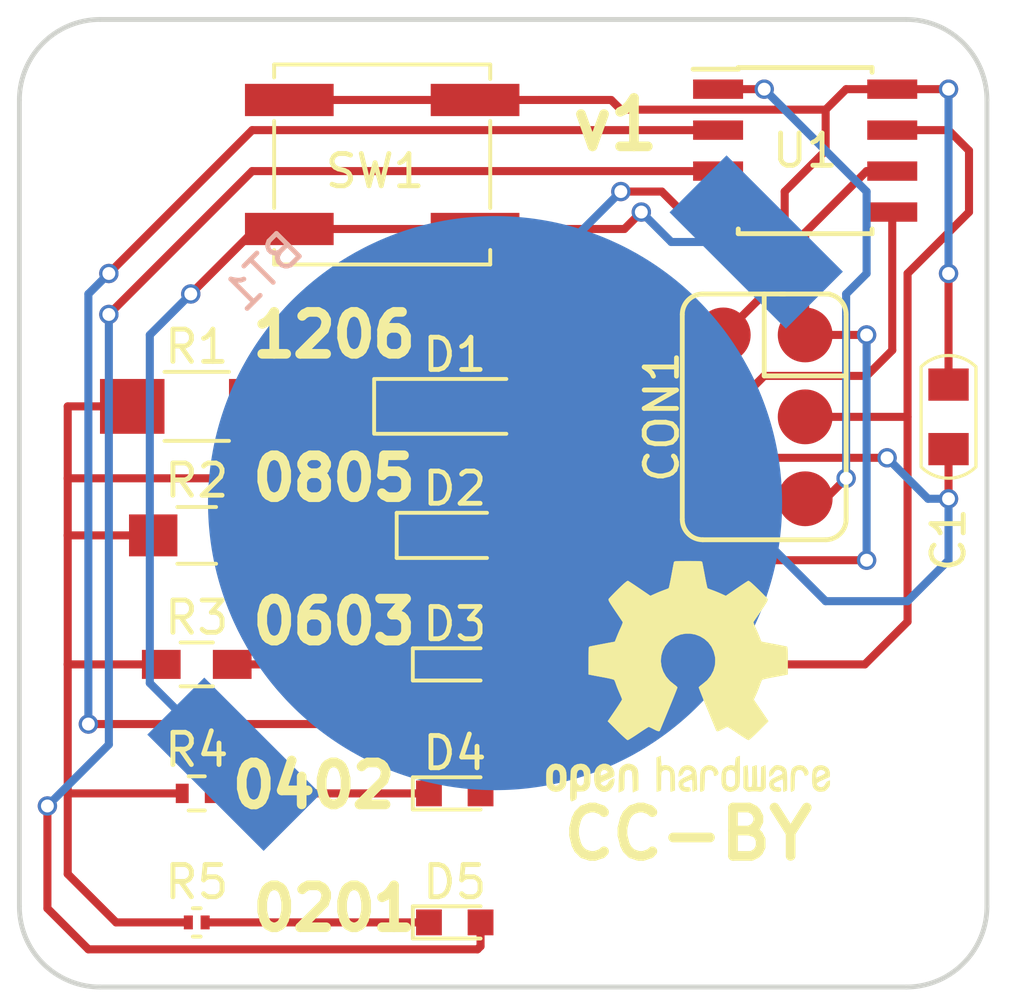
<source format=kicad_pcb>
(kicad_pcb (version 4) (host pcbnew 4.0.6-e0-6349~53~ubuntu14.04.1)

  (general
    (links 29)
    (no_connects 0)
    (area 147.899999 103.0286 179.100001 135.600001)
    (thickness 1.6)
    (drawings 9)
    (tracks 124)
    (zones 0)
    (modules 17)
    (nets 15)
  )

  (page A4)
  (layers
    (0 F.Cu signal)
    (31 B.Cu signal)
    (32 B.Adhes user)
    (33 F.Adhes user)
    (34 B.Paste user)
    (35 F.Paste user)
    (36 B.SilkS user hide)
    (37 F.SilkS user)
    (38 B.Mask user)
    (39 F.Mask user)
    (40 Dwgs.User user)
    (41 Cmts.User user)
    (42 Eco1.User user)
    (43 Eco2.User user)
    (44 Edge.Cuts user)
    (45 Margin user)
    (46 B.CrtYd user hide)
    (47 F.CrtYd user)
    (48 B.Fab user hide)
    (49 F.Fab user hide)
  )

  (setup
    (last_trace_width 0.25)
    (trace_clearance 0.2)
    (zone_clearance 0.508)
    (zone_45_only no)
    (trace_min 0.2)
    (segment_width 0.2)
    (edge_width 0.15)
    (via_size 0.6)
    (via_drill 0.4)
    (via_min_size 0.4)
    (via_min_drill 0.3)
    (uvia_size 0.3)
    (uvia_drill 0.1)
    (uvias_allowed no)
    (uvia_min_size 0.2)
    (uvia_min_drill 0.1)
    (pcb_text_width 0.3)
    (pcb_text_size 1.5 1.5)
    (mod_edge_width 0.15)
    (mod_text_size 1 1)
    (mod_text_width 0.15)
    (pad_size 1.524 1.524)
    (pad_drill 0.762)
    (pad_to_mask_clearance 0.2)
    (aux_axis_origin 0 0)
    (grid_origin 148.735 105.26)
    (visible_elements FFFEFF7F)
    (pcbplotparams
      (layerselection 0x00030_80000001)
      (usegerberextensions false)
      (excludeedgelayer true)
      (linewidth 0.100000)
      (plotframeref false)
      (viasonmask false)
      (mode 1)
      (useauxorigin false)
      (hpglpennumber 1)
      (hpglpenspeed 20)
      (hpglpendiameter 15)
      (hpglpenoverlay 2)
      (psnegative false)
      (psa4output false)
      (plotreference true)
      (plotvalue true)
      (plotinvisibletext false)
      (padsonsilk false)
      (subtractmaskfromsilk false)
      (outputformat 1)
      (mirror false)
      (drillshape 1)
      (scaleselection 1)
      (outputdirectory ""))
  )

  (net 0 "")
  (net 1 "Net-(BT1-Pad1)")
  (net 2 GND)
  (net 3 VCC)
  (net 4 /MOSI)
  (net 5 "Net-(D1-Pad1)")
  (net 6 /MISO)
  (net 7 "Net-(D2-Pad1)")
  (net 8 /SCK)
  (net 9 "Net-(D3-Pad1)")
  (net 10 "Net-(D4-Pad2)")
  (net 11 "Net-(D4-Pad1)")
  (net 12 "Net-(D5-Pad2)")
  (net 13 "Net-(D5-Pad1)")
  (net 14 /~RESET)

  (net_class Default "This is the default net class."
    (clearance 0.2)
    (trace_width 0.25)
    (via_dia 0.6)
    (via_drill 0.4)
    (uvia_dia 0.3)
    (uvia_drill 0.1)
    (add_net /MISO)
    (add_net /MOSI)
    (add_net /SCK)
    (add_net /~RESET)
    (add_net GND)
    (add_net "Net-(BT1-Pad1)")
    (add_net "Net-(D1-Pad1)")
    (add_net "Net-(D2-Pad1)")
    (add_net "Net-(D3-Pad1)")
    (add_net "Net-(D4-Pad1)")
    (add_net "Net-(D4-Pad2)")
    (add_net "Net-(D5-Pad1)")
    (add_net "Net-(D5-Pad2)")
    (add_net VCC)
  )

  (module Capacitors_SMD_Round:C_0805 (layer F.Cu) (tedit 5994DA82) (tstamp 5995AD5B)
    (at 177.31 117.325 270)
    (descr "Capacitor SMD 0805, reflow soldering, AVX (see smccp.pdf)")
    (tags "capacitor 0805")
    (path /5994CE38)
    (attr smd)
    (fp_text reference C1 (at 3.81 0 270) (layer F.SilkS)
      (effects (font (size 1 1) (thickness 0.15)))
    )
    (fp_text value C (at 0 1.75 270) (layer F.Fab)
      (effects (font (size 1 1) (thickness 0.15)))
    )
    (fp_arc (start -0.7 0) (end -1.55 0.85) (angle 90) (layer F.SilkS) (width 0.1))
    (fp_arc (start 0.7 0) (end 1.55 -0.85) (angle 90) (layer F.SilkS) (width 0.1))
    (fp_line (start -1.5 0.85) (end 1.5 0.85) (layer F.SilkS) (width 0.1))
    (fp_line (start -1.5 -0.85) (end 1.5 -0.85) (layer F.SilkS) (width 0.1))
    (fp_text user %R (at 0 -1.5 270) (layer F.Fab)
      (effects (font (size 1 1) (thickness 0.15)))
    )
    (fp_line (start -1 0.62) (end -1 -0.62) (layer F.Fab) (width 0.1))
    (fp_line (start 1 0.62) (end -1 0.62) (layer F.Fab) (width 0.1))
    (fp_line (start 1 -0.62) (end 1 0.62) (layer F.Fab) (width 0.1))
    (fp_line (start -1 -0.62) (end 1 -0.62) (layer F.Fab) (width 0.1))
    (fp_line (start -1.75 -0.88) (end 1.75 -0.88) (layer F.CrtYd) (width 0.05))
    (fp_line (start -1.75 -0.88) (end -1.75 0.87) (layer F.CrtYd) (width 0.05))
    (fp_line (start 1.75 0.87) (end 1.75 -0.88) (layer F.CrtYd) (width 0.05))
    (fp_line (start 1.75 0.87) (end -1.75 0.87) (layer F.CrtYd) (width 0.05))
    (pad 1 smd rect (at -1 0 270) (size 1 1.25) (layers F.Cu F.Paste F.Mask)
      (net 3 VCC))
    (pad 2 smd rect (at 1 0 270) (size 1 1.25) (layers F.Cu F.Paste F.Mask)
      (net 2 GND))
    (model Capacitors_SMD.3dshapes/C_0805.wrl
      (at (xyz 0 0 0))
      (scale (xyz 1 1 1))
      (rotate (xyz 0 0 0))
    )
  )

  (module LEDs:LED_1206 (layer F.Cu) (tedit 57FE943C) (tstamp 5995AD70)
    (at 162 117)
    (descr "LED 1206 smd package")
    (tags "LED led 1206 SMD smd SMT smt smdled SMDLED smtled SMTLED")
    (path /5994CFFF)
    (attr smd)
    (fp_text reference D1 (at 0 -1.6) (layer F.SilkS)
      (effects (font (size 1 1) (thickness 0.15)))
    )
    (fp_text value LED (at 0 1.7) (layer F.Fab)
      (effects (font (size 1 1) (thickness 0.15)))
    )
    (fp_line (start -2.5 -0.85) (end -2.5 0.85) (layer F.SilkS) (width 0.12))
    (fp_line (start -0.45 -0.4) (end -0.45 0.4) (layer F.Fab) (width 0.1))
    (fp_line (start -0.4 0) (end 0.2 -0.4) (layer F.Fab) (width 0.1))
    (fp_line (start 0.2 0.4) (end -0.4 0) (layer F.Fab) (width 0.1))
    (fp_line (start 0.2 -0.4) (end 0.2 0.4) (layer F.Fab) (width 0.1))
    (fp_line (start 1.6 0.8) (end -1.6 0.8) (layer F.Fab) (width 0.1))
    (fp_line (start 1.6 -0.8) (end 1.6 0.8) (layer F.Fab) (width 0.1))
    (fp_line (start -1.6 -0.8) (end 1.6 -0.8) (layer F.Fab) (width 0.1))
    (fp_line (start -1.6 0.8) (end -1.6 -0.8) (layer F.Fab) (width 0.1))
    (fp_line (start -2.45 0.85) (end 1.6 0.85) (layer F.SilkS) (width 0.12))
    (fp_line (start -2.45 -0.85) (end 1.6 -0.85) (layer F.SilkS) (width 0.12))
    (fp_line (start 2.65 -1) (end 2.65 1) (layer F.CrtYd) (width 0.05))
    (fp_line (start 2.65 1) (end -2.65 1) (layer F.CrtYd) (width 0.05))
    (fp_line (start -2.65 1) (end -2.65 -1) (layer F.CrtYd) (width 0.05))
    (fp_line (start -2.65 -1) (end 2.65 -1) (layer F.CrtYd) (width 0.05))
    (pad 2 smd rect (at 1.65 0 180) (size 1.5 1.5) (layers F.Cu F.Paste F.Mask)
      (net 4 /MOSI))
    (pad 1 smd rect (at -1.65 0 180) (size 1.5 1.5) (layers F.Cu F.Paste F.Mask)
      (net 5 "Net-(D1-Pad1)"))
    (model LEDs.3dshapes/LED_1206.wrl
      (at (xyz 0 0 0))
      (scale (xyz 1 1 1))
      (rotate (xyz 0 0 180))
    )
  )

  (module LEDs:LED_0805 (layer F.Cu) (tedit 57FE93EC) (tstamp 5995AD85)
    (at 162 121)
    (descr "LED 0805 smd package")
    (tags "LED led 0805 SMD smd SMT smt smdled SMDLED smtled SMTLED")
    (path /5994D377)
    (attr smd)
    (fp_text reference D2 (at 0 -1.45) (layer F.SilkS)
      (effects (font (size 1 1) (thickness 0.15)))
    )
    (fp_text value LED (at 0 1.55) (layer F.Fab)
      (effects (font (size 1 1) (thickness 0.15)))
    )
    (fp_line (start -1.8 -0.7) (end -1.8 0.7) (layer F.SilkS) (width 0.12))
    (fp_line (start -0.4 -0.4) (end -0.4 0.4) (layer F.Fab) (width 0.1))
    (fp_line (start -0.4 0) (end 0.2 -0.4) (layer F.Fab) (width 0.1))
    (fp_line (start 0.2 0.4) (end -0.4 0) (layer F.Fab) (width 0.1))
    (fp_line (start 0.2 -0.4) (end 0.2 0.4) (layer F.Fab) (width 0.1))
    (fp_line (start 1 0.6) (end -1 0.6) (layer F.Fab) (width 0.1))
    (fp_line (start 1 -0.6) (end 1 0.6) (layer F.Fab) (width 0.1))
    (fp_line (start -1 -0.6) (end 1 -0.6) (layer F.Fab) (width 0.1))
    (fp_line (start -1 0.6) (end -1 -0.6) (layer F.Fab) (width 0.1))
    (fp_line (start -1.8 0.7) (end 1 0.7) (layer F.SilkS) (width 0.12))
    (fp_line (start -1.8 -0.7) (end 1 -0.7) (layer F.SilkS) (width 0.12))
    (fp_line (start 1.95 -0.85) (end 1.95 0.85) (layer F.CrtYd) (width 0.05))
    (fp_line (start 1.95 0.85) (end -1.95 0.85) (layer F.CrtYd) (width 0.05))
    (fp_line (start -1.95 0.85) (end -1.95 -0.85) (layer F.CrtYd) (width 0.05))
    (fp_line (start -1.95 -0.85) (end 1.95 -0.85) (layer F.CrtYd) (width 0.05))
    (pad 2 smd rect (at 1.1 0 180) (size 1.2 1.2) (layers F.Cu F.Paste F.Mask)
      (net 6 /MISO))
    (pad 1 smd rect (at -1.1 0 180) (size 1.2 1.2) (layers F.Cu F.Paste F.Mask)
      (net 7 "Net-(D2-Pad1)"))
    (model LEDs.3dshapes/LED_0805.wrl
      (at (xyz 0 0 0))
      (scale (xyz 1 1 1))
      (rotate (xyz 0 0 180))
    )
  )

  (module LEDs:LED_0603 (layer F.Cu) (tedit 57FE93A5) (tstamp 5995AD9A)
    (at 162 125)
    (descr "LED 0603 smd package")
    (tags "LED led 0603 SMD smd SMT smt smdled SMDLED smtled SMTLED")
    (path /5994D42F)
    (attr smd)
    (fp_text reference D3 (at 0 -1.25) (layer F.SilkS)
      (effects (font (size 1 1) (thickness 0.15)))
    )
    (fp_text value LED (at 0 1.35) (layer F.Fab)
      (effects (font (size 1 1) (thickness 0.15)))
    )
    (fp_line (start -1.3 -0.5) (end -1.3 0.5) (layer F.SilkS) (width 0.12))
    (fp_line (start -0.2 -0.2) (end -0.2 0.2) (layer F.Fab) (width 0.1))
    (fp_line (start -0.15 0) (end 0.15 -0.2) (layer F.Fab) (width 0.1))
    (fp_line (start 0.15 0.2) (end -0.15 0) (layer F.Fab) (width 0.1))
    (fp_line (start 0.15 -0.2) (end 0.15 0.2) (layer F.Fab) (width 0.1))
    (fp_line (start 0.8 0.4) (end -0.8 0.4) (layer F.Fab) (width 0.1))
    (fp_line (start 0.8 -0.4) (end 0.8 0.4) (layer F.Fab) (width 0.1))
    (fp_line (start -0.8 -0.4) (end 0.8 -0.4) (layer F.Fab) (width 0.1))
    (fp_line (start -0.8 0.4) (end -0.8 -0.4) (layer F.Fab) (width 0.1))
    (fp_line (start -1.3 0.5) (end 0.8 0.5) (layer F.SilkS) (width 0.12))
    (fp_line (start -1.3 -0.5) (end 0.8 -0.5) (layer F.SilkS) (width 0.12))
    (fp_line (start 1.45 -0.65) (end 1.45 0.65) (layer F.CrtYd) (width 0.05))
    (fp_line (start 1.45 0.65) (end -1.45 0.65) (layer F.CrtYd) (width 0.05))
    (fp_line (start -1.45 0.65) (end -1.45 -0.65) (layer F.CrtYd) (width 0.05))
    (fp_line (start -1.45 -0.65) (end 1.45 -0.65) (layer F.CrtYd) (width 0.05))
    (pad 2 smd rect (at 0.8 0 180) (size 0.8 0.8) (layers F.Cu F.Paste F.Mask)
      (net 8 /SCK))
    (pad 1 smd rect (at -0.8 0 180) (size 0.8 0.8) (layers F.Cu F.Paste F.Mask)
      (net 9 "Net-(D3-Pad1)"))
    (model LEDs.3dshapes/LED_0603.wrl
      (at (xyz 0 0 0))
      (scale (xyz 1 1 1))
      (rotate (xyz 0 0 180))
    )
  )

  (module LEDs:LED_0603 (layer F.Cu) (tedit 57FE93A5) (tstamp 5995ADAF)
    (at 162 129)
    (descr "LED 0603 smd package")
    (tags "LED led 0603 SMD smd SMT smt smdled SMDLED smtled SMTLED")
    (path /5994D4CD)
    (attr smd)
    (fp_text reference D4 (at 0 -1.25) (layer F.SilkS)
      (effects (font (size 1 1) (thickness 0.15)))
    )
    (fp_text value LED (at 0 1.35) (layer F.Fab)
      (effects (font (size 1 1) (thickness 0.15)))
    )
    (fp_line (start -1.3 -0.5) (end -1.3 0.5) (layer F.SilkS) (width 0.12))
    (fp_line (start -0.2 -0.2) (end -0.2 0.2) (layer F.Fab) (width 0.1))
    (fp_line (start -0.15 0) (end 0.15 -0.2) (layer F.Fab) (width 0.1))
    (fp_line (start 0.15 0.2) (end -0.15 0) (layer F.Fab) (width 0.1))
    (fp_line (start 0.15 -0.2) (end 0.15 0.2) (layer F.Fab) (width 0.1))
    (fp_line (start 0.8 0.4) (end -0.8 0.4) (layer F.Fab) (width 0.1))
    (fp_line (start 0.8 -0.4) (end 0.8 0.4) (layer F.Fab) (width 0.1))
    (fp_line (start -0.8 -0.4) (end 0.8 -0.4) (layer F.Fab) (width 0.1))
    (fp_line (start -0.8 0.4) (end -0.8 -0.4) (layer F.Fab) (width 0.1))
    (fp_line (start -1.3 0.5) (end 0.8 0.5) (layer F.SilkS) (width 0.12))
    (fp_line (start -1.3 -0.5) (end 0.8 -0.5) (layer F.SilkS) (width 0.12))
    (fp_line (start 1.45 -0.65) (end 1.45 0.65) (layer F.CrtYd) (width 0.05))
    (fp_line (start 1.45 0.65) (end -1.45 0.65) (layer F.CrtYd) (width 0.05))
    (fp_line (start -1.45 0.65) (end -1.45 -0.65) (layer F.CrtYd) (width 0.05))
    (fp_line (start -1.45 -0.65) (end 1.45 -0.65) (layer F.CrtYd) (width 0.05))
    (pad 2 smd rect (at 0.8 0 180) (size 0.8 0.8) (layers F.Cu F.Paste F.Mask)
      (net 10 "Net-(D4-Pad2)"))
    (pad 1 smd rect (at -0.8 0 180) (size 0.8 0.8) (layers F.Cu F.Paste F.Mask)
      (net 11 "Net-(D4-Pad1)"))
    (model LEDs.3dshapes/LED_0603.wrl
      (at (xyz 0 0 0))
      (scale (xyz 1 1 1))
      (rotate (xyz 0 0 180))
    )
  )

  (module LEDs:LED_0603 (layer F.Cu) (tedit 57FE93A5) (tstamp 5995ADC4)
    (at 162 133)
    (descr "LED 0603 smd package")
    (tags "LED led 0603 SMD smd SMT smt smdled SMDLED smtled SMTLED")
    (path /5994D585)
    (attr smd)
    (fp_text reference D5 (at 0 -1.25) (layer F.SilkS)
      (effects (font (size 1 1) (thickness 0.15)))
    )
    (fp_text value LED (at 0 1.35) (layer F.Fab)
      (effects (font (size 1 1) (thickness 0.15)))
    )
    (fp_line (start -1.3 -0.5) (end -1.3 0.5) (layer F.SilkS) (width 0.12))
    (fp_line (start -0.2 -0.2) (end -0.2 0.2) (layer F.Fab) (width 0.1))
    (fp_line (start -0.15 0) (end 0.15 -0.2) (layer F.Fab) (width 0.1))
    (fp_line (start 0.15 0.2) (end -0.15 0) (layer F.Fab) (width 0.1))
    (fp_line (start 0.15 -0.2) (end 0.15 0.2) (layer F.Fab) (width 0.1))
    (fp_line (start 0.8 0.4) (end -0.8 0.4) (layer F.Fab) (width 0.1))
    (fp_line (start 0.8 -0.4) (end 0.8 0.4) (layer F.Fab) (width 0.1))
    (fp_line (start -0.8 -0.4) (end 0.8 -0.4) (layer F.Fab) (width 0.1))
    (fp_line (start -0.8 0.4) (end -0.8 -0.4) (layer F.Fab) (width 0.1))
    (fp_line (start -1.3 0.5) (end 0.8 0.5) (layer F.SilkS) (width 0.12))
    (fp_line (start -1.3 -0.5) (end 0.8 -0.5) (layer F.SilkS) (width 0.12))
    (fp_line (start 1.45 -0.65) (end 1.45 0.65) (layer F.CrtYd) (width 0.05))
    (fp_line (start 1.45 0.65) (end -1.45 0.65) (layer F.CrtYd) (width 0.05))
    (fp_line (start -1.45 0.65) (end -1.45 -0.65) (layer F.CrtYd) (width 0.05))
    (fp_line (start -1.45 -0.65) (end 1.45 -0.65) (layer F.CrtYd) (width 0.05))
    (pad 2 smd rect (at 0.8 0 180) (size 0.8 0.8) (layers F.Cu F.Paste F.Mask)
      (net 12 "Net-(D5-Pad2)"))
    (pad 1 smd rect (at -0.8 0 180) (size 0.8 0.8) (layers F.Cu F.Paste F.Mask)
      (net 13 "Net-(D5-Pad1)"))
    (model LEDs.3dshapes/LED_0603.wrl
      (at (xyz 0 0 0))
      (scale (xyz 1 1 1))
      (rotate (xyz 0 0 180))
    )
  )

  (module Board_Outlines:Board_Outline_30mm_Square (layer F.Cu) (tedit 596718B2) (tstamp 5995ADD2)
    (at 148.5011 105.0036)
    (path /5994E10B)
    (fp_text reference P1 (at 9 -1) (layer F.SilkS) hide
      (effects (font (size 1 1) (thickness 0.15)))
    )
    (fp_text value Outline (at 15 -1) (layer F.Fab) hide
      (effects (font (size 1 1) (thickness 0.15)))
    )
    (fp_line (start 30 27.5) (end 30 2.5) (layer Edge.Cuts) (width 0.15))
    (fp_line (start 2.5 30) (end 27.5 30) (layer Edge.Cuts) (width 0.15))
    (fp_line (start 0 2.5) (end 0 27.5) (layer Edge.Cuts) (width 0.15))
    (fp_line (start 27.5 0) (end 2.5 0) (layer Edge.Cuts) (width 0.15))
    (fp_arc (start 2.5 27.5) (end 2.5 30) (angle 90) (layer Edge.Cuts) (width 0.15))
    (fp_arc (start 27.5 27.5) (end 30 27.5) (angle 90) (layer Edge.Cuts) (width 0.15))
    (fp_arc (start 27.5 2.5) (end 27.5 0) (angle 90) (layer Edge.Cuts) (width 0.15))
    (fp_arc (start 2.5 2.5) (end 0 2.5) (angle 90) (layer Edge.Cuts) (width 0.15))
    (pad "" np_thru_hole circle (at 2.5 2.5) (size 3.2 3.2) (drill 3.2) (layers *.Cu *.Mask))
    (pad "" np_thru_hole circle (at 27.5 27.5) (size 3.2 3.2) (drill 3.2) (layers *.Cu *.Mask))
  )

  (module Symbols:OSHW-Logo2_9.8x8mm_SilkScreen (layer F.Cu) (tedit 0) (tstamp 5995ADE3)
    (at 169.235 125.51)
    (descr "Open Source Hardware Symbol")
    (tags "Logo Symbol OSHW")
    (path /5994E172)
    (attr virtual)
    (fp_text reference P2 (at 0 0) (layer F.SilkS) hide
      (effects (font (size 1 1) (thickness 0.15)))
    )
    (fp_text value OSHW (at 0.75 0) (layer F.Fab) hide
      (effects (font (size 1 1) (thickness 0.15)))
    )
    (fp_poly (pts (xy -3.231114 2.584505) (xy -3.156461 2.621727) (xy -3.090569 2.690261) (xy -3.072423 2.715648)
      (xy -3.052655 2.748866) (xy -3.039828 2.784945) (xy -3.03249 2.833098) (xy -3.029187 2.902536)
      (xy -3.028462 2.994206) (xy -3.031737 3.11983) (xy -3.043123 3.214154) (xy -3.064959 3.284523)
      (xy -3.099581 3.338286) (xy -3.14933 3.382788) (xy -3.152986 3.385423) (xy -3.202015 3.412377)
      (xy -3.261055 3.425712) (xy -3.336141 3.429) (xy -3.458205 3.429) (xy -3.458256 3.547497)
      (xy -3.459392 3.613492) (xy -3.466314 3.652202) (xy -3.484402 3.675419) (xy -3.519038 3.694933)
      (xy -3.527355 3.69892) (xy -3.56628 3.717603) (xy -3.596417 3.729403) (xy -3.618826 3.730422)
      (xy -3.634567 3.716761) (xy -3.644698 3.684522) (xy -3.650277 3.629804) (xy -3.652365 3.548711)
      (xy -3.652019 3.437344) (xy -3.6503 3.291802) (xy -3.649763 3.248269) (xy -3.647828 3.098205)
      (xy -3.646096 3.000042) (xy -3.458308 3.000042) (xy -3.457252 3.083364) (xy -3.452562 3.13788)
      (xy -3.441949 3.173837) (xy -3.423128 3.201482) (xy -3.41035 3.214965) (xy -3.35811 3.254417)
      (xy -3.311858 3.257628) (xy -3.264133 3.225049) (xy -3.262923 3.223846) (xy -3.243506 3.198668)
      (xy -3.231693 3.164447) (xy -3.225735 3.111748) (xy -3.22388 3.031131) (xy -3.223846 3.013271)
      (xy -3.22833 2.902175) (xy -3.242926 2.825161) (xy -3.26935 2.778147) (xy -3.309317 2.75705)
      (xy -3.332416 2.754923) (xy -3.387238 2.7649) (xy -3.424842 2.797752) (xy -3.447477 2.857857)
      (xy -3.457394 2.949598) (xy -3.458308 3.000042) (xy -3.646096 3.000042) (xy -3.645778 2.98206)
      (xy -3.643127 2.894679) (xy -3.639394 2.830905) (xy -3.634093 2.785582) (xy -3.626742 2.753555)
      (xy -3.616857 2.729668) (xy -3.603954 2.708764) (xy -3.598421 2.700898) (xy -3.525031 2.626595)
      (xy -3.43224 2.584467) (xy -3.324904 2.572722) (xy -3.231114 2.584505)) (layer F.SilkS) (width 0.01))
    (fp_poly (pts (xy -1.728336 2.595089) (xy -1.665633 2.631358) (xy -1.622039 2.667358) (xy -1.590155 2.705075)
      (xy -1.56819 2.751199) (xy -1.554351 2.812421) (xy -1.546847 2.895431) (xy -1.543883 3.006919)
      (xy -1.543539 3.087062) (xy -1.543539 3.382065) (xy -1.709615 3.456515) (xy -1.719385 3.133402)
      (xy -1.723421 3.012729) (xy -1.727656 2.925141) (xy -1.732903 2.86465) (xy -1.739975 2.825268)
      (xy -1.749689 2.801007) (xy -1.762856 2.78588) (xy -1.767081 2.782606) (xy -1.831091 2.757034)
      (xy -1.895792 2.767153) (xy -1.934308 2.794) (xy -1.949975 2.813024) (xy -1.96082 2.837988)
      (xy -1.967712 2.875834) (xy -1.971521 2.933502) (xy -1.973117 3.017935) (xy -1.973385 3.105928)
      (xy -1.973437 3.216323) (xy -1.975328 3.294463) (xy -1.981655 3.347165) (xy -1.995017 3.381242)
      (xy -2.018015 3.403511) (xy -2.053246 3.420787) (xy -2.100303 3.438738) (xy -2.151697 3.458278)
      (xy -2.145579 3.111485) (xy -2.143116 2.986468) (xy -2.140233 2.894082) (xy -2.136102 2.827881)
      (xy -2.129893 2.78142) (xy -2.120774 2.748256) (xy -2.107917 2.721944) (xy -2.092416 2.698729)
      (xy -2.017629 2.624569) (xy -1.926372 2.581684) (xy -1.827117 2.571412) (xy -1.728336 2.595089)) (layer F.SilkS) (width 0.01))
    (fp_poly (pts (xy -3.983114 2.587256) (xy -3.891536 2.635409) (xy -3.823951 2.712905) (xy -3.799943 2.762727)
      (xy -3.781262 2.837533) (xy -3.771699 2.932052) (xy -3.770792 3.03521) (xy -3.778079 3.135935)
      (xy -3.793097 3.223153) (xy -3.815385 3.285791) (xy -3.822235 3.296579) (xy -3.903368 3.377105)
      (xy -3.999734 3.425336) (xy -4.104299 3.43945) (xy -4.210032 3.417629) (xy -4.239457 3.404547)
      (xy -4.296759 3.364231) (xy -4.34705 3.310775) (xy -4.351803 3.303995) (xy -4.371122 3.271321)
      (xy -4.383892 3.236394) (xy -4.391436 3.190414) (xy -4.395076 3.124584) (xy -4.396135 3.030105)
      (xy -4.396154 3.008923) (xy -4.396106 3.002182) (xy -4.200769 3.002182) (xy -4.199632 3.091349)
      (xy -4.195159 3.15052) (xy -4.185754 3.188741) (xy -4.169824 3.215053) (xy -4.161692 3.223846)
      (xy -4.114942 3.257261) (xy -4.069553 3.255737) (xy -4.02366 3.226752) (xy -3.996288 3.195809)
      (xy -3.980077 3.150643) (xy -3.970974 3.07942) (xy -3.970349 3.071114) (xy -3.968796 2.942037)
      (xy -3.985035 2.846172) (xy -4.018848 2.784107) (xy -4.070016 2.756432) (xy -4.08828 2.754923)
      (xy -4.13624 2.762513) (xy -4.169047 2.788808) (xy -4.189105 2.839095) (xy -4.198822 2.918664)
      (xy -4.200769 3.002182) (xy -4.396106 3.002182) (xy -4.395426 2.908249) (xy -4.392371 2.837906)
      (xy -4.385678 2.789163) (xy -4.37404 2.753288) (xy -4.356147 2.721548) (xy -4.352192 2.715648)
      (xy -4.285733 2.636104) (xy -4.213315 2.589929) (xy -4.125151 2.571599) (xy -4.095213 2.570703)
      (xy -3.983114 2.587256)) (layer F.SilkS) (width 0.01))
    (fp_poly (pts (xy -2.465746 2.599745) (xy -2.388714 2.651567) (xy -2.329184 2.726412) (xy -2.293622 2.821654)
      (xy -2.286429 2.891756) (xy -2.287246 2.921009) (xy -2.294086 2.943407) (xy -2.312888 2.963474)
      (xy -2.349592 2.985733) (xy -2.410138 3.014709) (xy -2.500466 3.054927) (xy -2.500923 3.055129)
      (xy -2.584067 3.09321) (xy -2.652247 3.127025) (xy -2.698495 3.152933) (xy -2.715842 3.167295)
      (xy -2.715846 3.167411) (xy -2.700557 3.198685) (xy -2.664804 3.233157) (xy -2.623758 3.25799)
      (xy -2.602963 3.262923) (xy -2.54623 3.245862) (xy -2.497373 3.203133) (xy -2.473535 3.156155)
      (xy -2.450603 3.121522) (xy -2.405682 3.082081) (xy -2.352877 3.048009) (xy -2.30629 3.02948)
      (xy -2.296548 3.028462) (xy -2.285582 3.045215) (xy -2.284921 3.088039) (xy -2.29298 3.145781)
      (xy -2.308173 3.207289) (xy -2.328914 3.261409) (xy -2.329962 3.26351) (xy -2.392379 3.35066)
      (xy -2.473274 3.409939) (xy -2.565144 3.439034) (xy -2.660487 3.435634) (xy -2.751802 3.397428)
      (xy -2.755862 3.394741) (xy -2.827694 3.329642) (xy -2.874927 3.244705) (xy -2.901066 3.133021)
      (xy -2.904574 3.101643) (xy -2.910787 2.953536) (xy -2.903339 2.884468) (xy -2.715846 2.884468)
      (xy -2.71341 2.927552) (xy -2.700086 2.940126) (xy -2.666868 2.930719) (xy -2.614506 2.908483)
      (xy -2.555976 2.88061) (xy -2.554521 2.879872) (xy -2.504911 2.853777) (xy -2.485 2.836363)
      (xy -2.48991 2.818107) (xy -2.510584 2.79412) (xy -2.563181 2.759406) (xy -2.619823 2.756856)
      (xy -2.670631 2.782119) (xy -2.705724 2.830847) (xy -2.715846 2.884468) (xy -2.903339 2.884468)
      (xy -2.898008 2.835036) (xy -2.865222 2.741055) (xy -2.819579 2.675215) (xy -2.737198 2.608681)
      (xy -2.646454 2.575676) (xy -2.553815 2.573573) (xy -2.465746 2.599745)) (layer F.SilkS) (width 0.01))
    (fp_poly (pts (xy -0.840154 2.49212) (xy -0.834428 2.57198) (xy -0.827851 2.619039) (xy -0.818738 2.639566)
      (xy -0.805402 2.639829) (xy -0.801077 2.637378) (xy -0.743556 2.619636) (xy -0.668732 2.620672)
      (xy -0.592661 2.63891) (xy -0.545082 2.662505) (xy -0.496298 2.700198) (xy -0.460636 2.742855)
      (xy -0.436155 2.797057) (xy -0.420913 2.869384) (xy -0.41297 2.966419) (xy -0.410384 3.094742)
      (xy -0.410338 3.119358) (xy -0.410308 3.39587) (xy -0.471839 3.41732) (xy -0.515541 3.431912)
      (xy -0.539518 3.438706) (xy -0.540223 3.438769) (xy -0.542585 3.420345) (xy -0.544594 3.369526)
      (xy -0.546099 3.292993) (xy -0.546947 3.19743) (xy -0.547077 3.139329) (xy -0.547349 3.024771)
      (xy -0.548748 2.942667) (xy -0.552151 2.886393) (xy -0.558433 2.849326) (xy -0.568471 2.824844)
      (xy -0.583139 2.806325) (xy -0.592298 2.797406) (xy -0.655211 2.761466) (xy -0.723864 2.758775)
      (xy -0.786152 2.78917) (xy -0.797671 2.800144) (xy -0.814567 2.820779) (xy -0.826286 2.845256)
      (xy -0.833767 2.880647) (xy -0.837946 2.934026) (xy -0.839763 3.012466) (xy -0.840154 3.120617)
      (xy -0.840154 3.39587) (xy -0.901685 3.41732) (xy -0.945387 3.431912) (xy -0.969364 3.438706)
      (xy -0.97007 3.438769) (xy -0.971874 3.420069) (xy -0.9735 3.367322) (xy -0.974883 3.285557)
      (xy -0.975958 3.179805) (xy -0.97666 3.055094) (xy -0.976923 2.916455) (xy -0.976923 2.381806)
      (xy -0.849923 2.328236) (xy -0.840154 2.49212)) (layer F.SilkS) (width 0.01))
    (fp_poly (pts (xy 0.053501 2.626303) (xy 0.13006 2.654733) (xy 0.130936 2.655279) (xy 0.178285 2.690127)
      (xy 0.213241 2.730852) (xy 0.237825 2.783925) (xy 0.254062 2.855814) (xy 0.263975 2.952992)
      (xy 0.269586 3.081928) (xy 0.270077 3.100298) (xy 0.277141 3.377287) (xy 0.217695 3.408028)
      (xy 0.174681 3.428802) (xy 0.14871 3.438646) (xy 0.147509 3.438769) (xy 0.143014 3.420606)
      (xy 0.139444 3.371612) (xy 0.137248 3.300031) (xy 0.136769 3.242068) (xy 0.136758 3.14817)
      (xy 0.132466 3.089203) (xy 0.117503 3.061079) (xy 0.085482 3.059706) (xy 0.030014 3.080998)
      (xy -0.053731 3.120136) (xy -0.115311 3.152643) (xy -0.146983 3.180845) (xy -0.156294 3.211582)
      (xy -0.156308 3.213104) (xy -0.140943 3.266054) (xy -0.095453 3.29466) (xy -0.025834 3.298803)
      (xy 0.024313 3.298084) (xy 0.050754 3.312527) (xy 0.067243 3.347218) (xy 0.076733 3.391416)
      (xy 0.063057 3.416493) (xy 0.057907 3.420082) (xy 0.009425 3.434496) (xy -0.058469 3.436537)
      (xy -0.128388 3.426983) (xy -0.177932 3.409522) (xy -0.24643 3.351364) (xy -0.285366 3.270408)
      (xy -0.293077 3.20716) (xy -0.287193 3.150111) (xy -0.265899 3.103542) (xy -0.223735 3.062181)
      (xy -0.155241 3.020755) (xy -0.054956 2.973993) (xy -0.048846 2.97135) (xy 0.04149 2.929617)
      (xy 0.097235 2.895391) (xy 0.121129 2.864635) (xy 0.115913 2.833311) (xy 0.084328 2.797383)
      (xy 0.074883 2.789116) (xy 0.011617 2.757058) (xy -0.053936 2.758407) (xy -0.111028 2.789838)
      (xy -0.148907 2.848024) (xy -0.152426 2.859446) (xy -0.1867 2.914837) (xy -0.230191 2.941518)
      (xy -0.293077 2.96796) (xy -0.293077 2.899548) (xy -0.273948 2.80011) (xy -0.217169 2.708902)
      (xy -0.187622 2.678389) (xy -0.120458 2.639228) (xy -0.035044 2.6215) (xy 0.053501 2.626303)) (layer F.SilkS) (width 0.01))
    (fp_poly (pts (xy 0.713362 2.62467) (xy 0.802117 2.657421) (xy 0.874022 2.71535) (xy 0.902144 2.756128)
      (xy 0.932802 2.830954) (xy 0.932165 2.885058) (xy 0.899987 2.921446) (xy 0.888081 2.927633)
      (xy 0.836675 2.946925) (xy 0.810422 2.941982) (xy 0.80153 2.909587) (xy 0.801077 2.891692)
      (xy 0.784797 2.825859) (xy 0.742365 2.779807) (xy 0.683388 2.757564) (xy 0.617475 2.763161)
      (xy 0.563895 2.792229) (xy 0.545798 2.80881) (xy 0.532971 2.828925) (xy 0.524306 2.859332)
      (xy 0.518696 2.906788) (xy 0.515035 2.97805) (xy 0.512215 3.079875) (xy 0.511484 3.112115)
      (xy 0.50882 3.22241) (xy 0.505792 3.300036) (xy 0.50125 3.351396) (xy 0.494046 3.38289)
      (xy 0.483033 3.40092) (xy 0.46706 3.411888) (xy 0.456834 3.416733) (xy 0.413406 3.433301)
      (xy 0.387842 3.438769) (xy 0.379395 3.420507) (xy 0.374239 3.365296) (xy 0.372346 3.272499)
      (xy 0.373689 3.141478) (xy 0.374107 3.121269) (xy 0.377058 3.001733) (xy 0.380548 2.914449)
      (xy 0.385514 2.852591) (xy 0.392893 2.809336) (xy 0.403624 2.77786) (xy 0.418645 2.751339)
      (xy 0.426502 2.739975) (xy 0.471553 2.689692) (xy 0.52194 2.650581) (xy 0.528108 2.647167)
      (xy 0.618458 2.620212) (xy 0.713362 2.62467)) (layer F.SilkS) (width 0.01))
    (fp_poly (pts (xy 1.602081 2.780289) (xy 1.601833 2.92632) (xy 1.600872 3.038655) (xy 1.598794 3.122678)
      (xy 1.595193 3.183769) (xy 1.589665 3.227309) (xy 1.581804 3.258679) (xy 1.571207 3.283262)
      (xy 1.563182 3.297294) (xy 1.496728 3.373388) (xy 1.41247 3.421084) (xy 1.319249 3.438199)
      (xy 1.2259 3.422546) (xy 1.170312 3.394418) (xy 1.111957 3.34576) (xy 1.072186 3.286333)
      (xy 1.04819 3.208507) (xy 1.037161 3.104652) (xy 1.035599 3.028462) (xy 1.035809 3.022986)
      (xy 1.172308 3.022986) (xy 1.173141 3.110355) (xy 1.176961 3.168192) (xy 1.185746 3.206029)
      (xy 1.201474 3.233398) (xy 1.220266 3.254042) (xy 1.283375 3.29389) (xy 1.351137 3.297295)
      (xy 1.415179 3.264025) (xy 1.420164 3.259517) (xy 1.441439 3.236067) (xy 1.454779 3.208166)
      (xy 1.462001 3.166641) (xy 1.464923 3.102316) (xy 1.465385 3.0312) (xy 1.464383 2.941858)
      (xy 1.460238 2.882258) (xy 1.451236 2.843089) (xy 1.435667 2.81504) (xy 1.422902 2.800144)
      (xy 1.3636 2.762575) (xy 1.295301 2.758057) (xy 1.23011 2.786753) (xy 1.217528 2.797406)
      (xy 1.196111 2.821063) (xy 1.182744 2.849251) (xy 1.175566 2.891245) (xy 1.172719 2.956319)
      (xy 1.172308 3.022986) (xy 1.035809 3.022986) (xy 1.040322 2.905765) (xy 1.056362 2.813577)
      (xy 1.086528 2.744269) (xy 1.133629 2.690211) (xy 1.170312 2.662505) (xy 1.23699 2.632572)
      (xy 1.314272 2.618678) (xy 1.38611 2.622397) (xy 1.426308 2.6374) (xy 1.442082 2.64167)
      (xy 1.45255 2.62575) (xy 1.459856 2.583089) (xy 1.465385 2.518106) (xy 1.471437 2.445732)
      (xy 1.479844 2.402187) (xy 1.495141 2.377287) (xy 1.521864 2.360845) (xy 1.538654 2.353564)
      (xy 1.602154 2.326963) (xy 1.602081 2.780289)) (layer F.SilkS) (width 0.01))
    (fp_poly (pts (xy 2.395929 2.636662) (xy 2.398911 2.688068) (xy 2.401247 2.766192) (xy 2.402749 2.864857)
      (xy 2.403231 2.968343) (xy 2.403231 3.318533) (xy 2.341401 3.380363) (xy 2.298793 3.418462)
      (xy 2.26139 3.433895) (xy 2.21027 3.432918) (xy 2.189978 3.430433) (xy 2.126554 3.4232)
      (xy 2.074095 3.419055) (xy 2.061308 3.418672) (xy 2.018199 3.421176) (xy 1.956544 3.427462)
      (xy 1.932638 3.430433) (xy 1.873922 3.435028) (xy 1.834464 3.425046) (xy 1.795338 3.394228)
      (xy 1.781215 3.380363) (xy 1.719385 3.318533) (xy 1.719385 2.663503) (xy 1.76915 2.640829)
      (xy 1.812002 2.624034) (xy 1.837073 2.618154) (xy 1.843501 2.636736) (xy 1.849509 2.688655)
      (xy 1.854697 2.768172) (xy 1.858664 2.869546) (xy 1.860577 2.955192) (xy 1.865923 3.292231)
      (xy 1.91256 3.298825) (xy 1.954976 3.294214) (xy 1.97576 3.279287) (xy 1.98157 3.251377)
      (xy 1.98653 3.191925) (xy 1.990246 3.108466) (xy 1.992324 3.008532) (xy 1.992624 2.957104)
      (xy 1.992923 2.661054) (xy 2.054454 2.639604) (xy 2.098004 2.62502) (xy 2.121694 2.618219)
      (xy 2.122377 2.618154) (xy 2.124754 2.636642) (xy 2.127366 2.687906) (xy 2.129995 2.765649)
      (xy 2.132421 2.863574) (xy 2.134115 2.955192) (xy 2.139461 3.292231) (xy 2.256692 3.292231)
      (xy 2.262072 2.984746) (xy 2.267451 2.677261) (xy 2.324601 2.647707) (xy 2.366797 2.627413)
      (xy 2.39177 2.618204) (xy 2.392491 2.618154) (xy 2.395929 2.636662)) (layer F.SilkS) (width 0.01))
    (fp_poly (pts (xy 2.887333 2.633528) (xy 2.94359 2.659117) (xy 2.987747 2.690124) (xy 3.020101 2.724795)
      (xy 3.042438 2.76952) (xy 3.056546 2.830692) (xy 3.064211 2.914701) (xy 3.06722 3.02794)
      (xy 3.067538 3.102509) (xy 3.067538 3.39342) (xy 3.017773 3.416095) (xy 2.978576 3.432667)
      (xy 2.959157 3.438769) (xy 2.955442 3.42061) (xy 2.952495 3.371648) (xy 2.950691 3.300153)
      (xy 2.950308 3.243385) (xy 2.948661 3.161371) (xy 2.944222 3.096309) (xy 2.93774 3.056467)
      (xy 2.93259 3.048) (xy 2.897977 3.056646) (xy 2.84364 3.078823) (xy 2.780722 3.108886)
      (xy 2.720368 3.141192) (xy 2.673721 3.170098) (xy 2.651926 3.189961) (xy 2.651839 3.190175)
      (xy 2.653714 3.226935) (xy 2.670525 3.262026) (xy 2.700039 3.290528) (xy 2.743116 3.300061)
      (xy 2.779932 3.29895) (xy 2.832074 3.298133) (xy 2.859444 3.310349) (xy 2.875882 3.342624)
      (xy 2.877955 3.34871) (xy 2.885081 3.394739) (xy 2.866024 3.422687) (xy 2.816353 3.436007)
      (xy 2.762697 3.43847) (xy 2.666142 3.42021) (xy 2.616159 3.394131) (xy 2.554429 3.332868)
      (xy 2.52169 3.25767) (xy 2.518753 3.178211) (xy 2.546424 3.104167) (xy 2.588047 3.057769)
      (xy 2.629604 3.031793) (xy 2.694922 2.998907) (xy 2.771038 2.965557) (xy 2.783726 2.960461)
      (xy 2.867333 2.923565) (xy 2.91553 2.891046) (xy 2.93103 2.858718) (xy 2.91655 2.822394)
      (xy 2.891692 2.794) (xy 2.832939 2.759039) (xy 2.768293 2.756417) (xy 2.709008 2.783358)
      (xy 2.666339 2.837088) (xy 2.660739 2.85095) (xy 2.628133 2.901936) (xy 2.58053 2.939787)
      (xy 2.520461 2.97085) (xy 2.520461 2.882768) (xy 2.523997 2.828951) (xy 2.539156 2.786534)
      (xy 2.572768 2.741279) (xy 2.605035 2.70642) (xy 2.655209 2.657062) (xy 2.694193 2.630547)
      (xy 2.736064 2.619911) (xy 2.78346 2.618154) (xy 2.887333 2.633528)) (layer F.SilkS) (width 0.01))
    (fp_poly (pts (xy 3.570807 2.636782) (xy 3.594161 2.646988) (xy 3.649902 2.691134) (xy 3.697569 2.754967)
      (xy 3.727048 2.823087) (xy 3.731846 2.85667) (xy 3.71576 2.903556) (xy 3.680475 2.928365)
      (xy 3.642644 2.943387) (xy 3.625321 2.946155) (xy 3.616886 2.926066) (xy 3.60023 2.882351)
      (xy 3.592923 2.862598) (xy 3.551948 2.794271) (xy 3.492622 2.760191) (xy 3.416552 2.761239)
      (xy 3.410918 2.762581) (xy 3.370305 2.781836) (xy 3.340448 2.819375) (xy 3.320055 2.879809)
      (xy 3.307836 2.967751) (xy 3.3025 3.087813) (xy 3.302 3.151698) (xy 3.301752 3.252403)
      (xy 3.300126 3.321054) (xy 3.295801 3.364673) (xy 3.287454 3.390282) (xy 3.273765 3.404903)
      (xy 3.253411 3.415558) (xy 3.252234 3.416095) (xy 3.213038 3.432667) (xy 3.193619 3.438769)
      (xy 3.190635 3.420319) (xy 3.188081 3.369323) (xy 3.18614 3.292308) (xy 3.184997 3.195805)
      (xy 3.184769 3.125184) (xy 3.185932 2.988525) (xy 3.190479 2.884851) (xy 3.199999 2.808108)
      (xy 3.216081 2.752246) (xy 3.240313 2.711212) (xy 3.274286 2.678954) (xy 3.307833 2.65644)
      (xy 3.388499 2.626476) (xy 3.482381 2.619718) (xy 3.570807 2.636782)) (layer F.SilkS) (width 0.01))
    (fp_poly (pts (xy 4.245224 2.647838) (xy 4.322528 2.698361) (xy 4.359814 2.74359) (xy 4.389353 2.825663)
      (xy 4.391699 2.890607) (xy 4.386385 2.977445) (xy 4.186115 3.065103) (xy 4.088739 3.109887)
      (xy 4.025113 3.145913) (xy 3.992029 3.177117) (xy 3.98628 3.207436) (xy 4.004658 3.240805)
      (xy 4.024923 3.262923) (xy 4.083889 3.298393) (xy 4.148024 3.300879) (xy 4.206926 3.273235)
      (xy 4.250197 3.21832) (xy 4.257936 3.198928) (xy 4.295006 3.138364) (xy 4.337654 3.112552)
      (xy 4.396154 3.090471) (xy 4.396154 3.174184) (xy 4.390982 3.23115) (xy 4.370723 3.279189)
      (xy 4.328262 3.334346) (xy 4.321951 3.341514) (xy 4.27472 3.390585) (xy 4.234121 3.41692)
      (xy 4.183328 3.429035) (xy 4.14122 3.433003) (xy 4.065902 3.433991) (xy 4.012286 3.421466)
      (xy 3.978838 3.402869) (xy 3.926268 3.361975) (xy 3.889879 3.317748) (xy 3.86685 3.262126)
      (xy 3.854359 3.187047) (xy 3.849587 3.084449) (xy 3.849206 3.032376) (xy 3.850501 2.969948)
      (xy 3.968471 2.969948) (xy 3.969839 3.003438) (xy 3.973249 3.008923) (xy 3.995753 3.001472)
      (xy 4.044182 2.981753) (xy 4.108908 2.953718) (xy 4.122443 2.947692) (xy 4.204244 2.906096)
      (xy 4.249312 2.869538) (xy 4.259217 2.835296) (xy 4.235526 2.800648) (xy 4.21596 2.785339)
      (xy 4.14536 2.754721) (xy 4.07928 2.75978) (xy 4.023959 2.797151) (xy 3.985636 2.863473)
      (xy 3.973349 2.916116) (xy 3.968471 2.969948) (xy 3.850501 2.969948) (xy 3.85173 2.91072)
      (xy 3.861032 2.82071) (xy 3.87946 2.755167) (xy 3.90936 2.706912) (xy 3.95308 2.668767)
      (xy 3.972141 2.65644) (xy 4.058726 2.624336) (xy 4.153522 2.622316) (xy 4.245224 2.647838)) (layer F.SilkS) (width 0.01))
    (fp_poly (pts (xy 0.139878 -3.712224) (xy 0.245612 -3.711645) (xy 0.322132 -3.710078) (xy 0.374372 -3.707028)
      (xy 0.407263 -3.702004) (xy 0.425737 -3.694511) (xy 0.434727 -3.684056) (xy 0.439163 -3.670147)
      (xy 0.439594 -3.668346) (xy 0.446333 -3.635855) (xy 0.458808 -3.571748) (xy 0.475719 -3.482849)
      (xy 0.495771 -3.375981) (xy 0.517664 -3.257967) (xy 0.518429 -3.253822) (xy 0.540359 -3.138169)
      (xy 0.560877 -3.035986) (xy 0.578659 -2.953402) (xy 0.592381 -2.896544) (xy 0.600718 -2.871542)
      (xy 0.601116 -2.871099) (xy 0.625677 -2.85889) (xy 0.676315 -2.838544) (xy 0.742095 -2.814455)
      (xy 0.742461 -2.814326) (xy 0.825317 -2.783182) (xy 0.923 -2.743509) (xy 1.015077 -2.703619)
      (xy 1.019434 -2.701647) (xy 1.169407 -2.63358) (xy 1.501498 -2.860361) (xy 1.603374 -2.929496)
      (xy 1.695657 -2.991303) (xy 1.773003 -3.042267) (xy 1.830064 -3.078873) (xy 1.861495 -3.097606)
      (xy 1.864479 -3.098996) (xy 1.887321 -3.09281) (xy 1.929982 -3.062965) (xy 1.994128 -3.008053)
      (xy 2.081421 -2.926666) (xy 2.170535 -2.840078) (xy 2.256441 -2.754753) (xy 2.333327 -2.676892)
      (xy 2.396564 -2.611303) (xy 2.441523 -2.562795) (xy 2.463576 -2.536175) (xy 2.464396 -2.534805)
      (xy 2.466834 -2.516537) (xy 2.45765 -2.486705) (xy 2.434574 -2.441279) (xy 2.395337 -2.37623)
      (xy 2.33767 -2.28753) (xy 2.260795 -2.173343) (xy 2.19257 -2.072838) (xy 2.131582 -1.982697)
      (xy 2.081356 -1.908151) (xy 2.045416 -1.854435) (xy 2.027287 -1.826782) (xy 2.026146 -1.824905)
      (xy 2.028359 -1.79841) (xy 2.045138 -1.746914) (xy 2.073142 -1.680149) (xy 2.083122 -1.658828)
      (xy 2.126672 -1.563841) (xy 2.173134 -1.456063) (xy 2.210877 -1.362808) (xy 2.238073 -1.293594)
      (xy 2.259675 -1.240994) (xy 2.272158 -1.213503) (xy 2.273709 -1.211384) (xy 2.296668 -1.207876)
      (xy 2.350786 -1.198262) (xy 2.428868 -1.183911) (xy 2.523719 -1.166193) (xy 2.628143 -1.146475)
      (xy 2.734944 -1.126126) (xy 2.836926 -1.106514) (xy 2.926894 -1.089009) (xy 2.997653 -1.074978)
      (xy 3.042006 -1.065791) (xy 3.052885 -1.063193) (xy 3.064122 -1.056782) (xy 3.072605 -1.042303)
      (xy 3.078714 -1.014867) (xy 3.082832 -0.969589) (xy 3.085341 -0.90158) (xy 3.086621 -0.805953)
      (xy 3.087054 -0.67782) (xy 3.087077 -0.625299) (xy 3.087077 -0.198155) (xy 2.9845 -0.177909)
      (xy 2.927431 -0.16693) (xy 2.842269 -0.150905) (xy 2.739372 -0.131767) (xy 2.629096 -0.111449)
      (xy 2.598615 -0.105868) (xy 2.496855 -0.086083) (xy 2.408205 -0.066627) (xy 2.340108 -0.049303)
      (xy 2.300004 -0.035912) (xy 2.293323 -0.031921) (xy 2.276919 -0.003658) (xy 2.253399 0.051109)
      (xy 2.227316 0.121588) (xy 2.222142 0.136769) (xy 2.187956 0.230896) (xy 2.145523 0.337101)
      (xy 2.103997 0.432473) (xy 2.103792 0.432916) (xy 2.03464 0.582525) (xy 2.489512 1.251617)
      (xy 2.1975 1.544116) (xy 2.10918 1.63117) (xy 2.028625 1.707909) (xy 1.96036 1.770237)
      (xy 1.908908 1.814056) (xy 1.878794 1.83527) (xy 1.874474 1.836616) (xy 1.849111 1.826016)
      (xy 1.797358 1.796547) (xy 1.724868 1.751705) (xy 1.637294 1.694984) (xy 1.542612 1.631462)
      (xy 1.446516 1.566668) (xy 1.360837 1.510287) (xy 1.291016 1.465788) (xy 1.242494 1.436639)
      (xy 1.220782 1.426308) (xy 1.194293 1.43505) (xy 1.144062 1.458087) (xy 1.080451 1.490631)
      (xy 1.073708 1.494249) (xy 0.988046 1.53721) (xy 0.929306 1.558279) (xy 0.892772 1.558503)
      (xy 0.873731 1.538928) (xy 0.87362 1.538654) (xy 0.864102 1.515472) (xy 0.841403 1.460441)
      (xy 0.807282 1.377822) (xy 0.7635 1.271872) (xy 0.711816 1.146852) (xy 0.653992 1.00702)
      (xy 0.597991 0.871637) (xy 0.536447 0.722234) (xy 0.479939 0.583832) (xy 0.430161 0.460673)
      (xy 0.388806 0.357002) (xy 0.357568 0.277059) (xy 0.338141 0.225088) (xy 0.332154 0.205692)
      (xy 0.347168 0.183443) (xy 0.386439 0.147982) (xy 0.438807 0.108887) (xy 0.587941 -0.014755)
      (xy 0.704511 -0.156478) (xy 0.787118 -0.313296) (xy 0.834366 -0.482225) (xy 0.844857 -0.660278)
      (xy 0.837231 -0.742461) (xy 0.795682 -0.912969) (xy 0.724123 -1.063541) (xy 0.626995 -1.192691)
      (xy 0.508734 -1.298936) (xy 0.37378 -1.38079) (xy 0.226571 -1.436768) (xy 0.071544 -1.465385)
      (xy -0.086861 -1.465156) (xy -0.244206 -1.434595) (xy -0.396054 -1.372218) (xy -0.537965 -1.27654)
      (xy -0.597197 -1.222428) (xy -0.710797 -1.08348) (xy -0.789894 -0.931639) (xy -0.835014 -0.771333)
      (xy -0.846684 -0.606988) (xy -0.825431 -0.443029) (xy -0.77178 -0.283882) (xy -0.68626 -0.133975)
      (xy -0.569395 0.002267) (xy -0.438807 0.108887) (xy -0.384412 0.149642) (xy -0.345986 0.184718)
      (xy -0.332154 0.205726) (xy -0.339397 0.228635) (xy -0.359995 0.283365) (xy -0.392254 0.365672)
      (xy -0.434479 0.471315) (xy -0.484977 0.59605) (xy -0.542052 0.735636) (xy -0.598146 0.87167)
      (xy -0.660033 1.021201) (xy -0.717356 1.159767) (xy -0.768356 1.283107) (xy -0.811273 1.386964)
      (xy -0.844347 1.46708) (xy -0.865819 1.519195) (xy -0.873775 1.538654) (xy -0.892571 1.558423)
      (xy -0.928926 1.558365) (xy -0.987521 1.537441) (xy -1.073032 1.494613) (xy -1.073708 1.494249)
      (xy -1.138093 1.461012) (xy -1.190139 1.436802) (xy -1.219488 1.426404) (xy -1.220783 1.426308)
      (xy -1.242876 1.436855) (xy -1.291652 1.466184) (xy -1.361669 1.510827) (xy -1.447486 1.567314)
      (xy -1.542612 1.631462) (xy -1.63946 1.696411) (xy -1.726747 1.752896) (xy -1.798819 1.797421)
      (xy -1.850023 1.82649) (xy -1.874474 1.836616) (xy -1.89699 1.823307) (xy -1.942258 1.786112)
      (xy -2.005756 1.729128) (xy -2.082961 1.656449) (xy -2.169349 1.572171) (xy -2.197601 1.544016)
      (xy -2.489713 1.251416) (xy -2.267369 0.925104) (xy -2.199798 0.824897) (xy -2.140493 0.734963)
      (xy -2.092783 0.66051) (xy -2.059993 0.606751) (xy -2.045452 0.578894) (xy -2.045026 0.576912)
      (xy -2.052692 0.550655) (xy -2.073311 0.497837) (xy -2.103315 0.42731) (xy -2.124375 0.380093)
      (xy -2.163752 0.289694) (xy -2.200835 0.198366) (xy -2.229585 0.1212) (xy -2.237395 0.097692)
      (xy -2.259583 0.034916) (xy -2.281273 -0.013589) (xy -2.293187 -0.031921) (xy -2.319477 -0.043141)
      (xy -2.376858 -0.059046) (xy -2.457882 -0.077833) (xy -2.555105 -0.097701) (xy -2.598615 -0.105868)
      (xy -2.709104 -0.126171) (xy -2.815084 -0.14583) (xy -2.906199 -0.162912) (xy -2.972092 -0.175482)
      (xy -2.9845 -0.177909) (xy -3.087077 -0.198155) (xy -3.087077 -0.625299) (xy -3.086847 -0.765754)
      (xy -3.085901 -0.872021) (xy -3.083859 -0.948987) (xy -3.080338 -1.00154) (xy -3.074957 -1.034567)
      (xy -3.067334 -1.052955) (xy -3.057088 -1.061592) (xy -3.052885 -1.063193) (xy -3.02753 -1.068873)
      (xy -2.971516 -1.080205) (xy -2.892036 -1.095821) (xy -2.796288 -1.114353) (xy -2.691467 -1.134431)
      (xy -2.584768 -1.154688) (xy -2.483387 -1.173754) (xy -2.394521 -1.190261) (xy -2.325363 -1.202841)
      (xy -2.283111 -1.210125) (xy -2.27371 -1.211384) (xy -2.265193 -1.228237) (xy -2.24634 -1.27313)
      (xy -2.220676 -1.33757) (xy -2.210877 -1.362808) (xy -2.171352 -1.460314) (xy -2.124808 -1.568041)
      (xy -2.083123 -1.658828) (xy -2.05245 -1.728247) (xy -2.032044 -1.78529) (xy -2.025232 -1.820223)
      (xy -2.026318 -1.824905) (xy -2.040715 -1.847009) (xy -2.073588 -1.896169) (xy -2.12141 -1.967152)
      (xy -2.180652 -2.054722) (xy -2.247785 -2.153643) (xy -2.261059 -2.17317) (xy -2.338954 -2.28886)
      (xy -2.396213 -2.376956) (xy -2.435119 -2.441514) (xy -2.457956 -2.486589) (xy -2.467006 -2.516237)
      (xy -2.464552 -2.534515) (xy -2.464489 -2.534631) (xy -2.445173 -2.558639) (xy -2.402449 -2.605053)
      (xy -2.340949 -2.669063) (xy -2.265302 -2.745855) (xy -2.180139 -2.830618) (xy -2.170535 -2.840078)
      (xy -2.06321 -2.944011) (xy -1.980385 -3.020325) (xy -1.920395 -3.070429) (xy -1.881577 -3.09573)
      (xy -1.86448 -3.098996) (xy -1.839527 -3.08475) (xy -1.787745 -3.051844) (xy -1.71448 -3.003792)
      (xy -1.62508 -2.94411) (xy -1.524889 -2.876312) (xy -1.501499 -2.860361) (xy -1.169407 -2.63358)
      (xy -1.019435 -2.701647) (xy -0.92823 -2.741315) (xy -0.830331 -2.781209) (xy -0.746169 -2.813017)
      (xy -0.742462 -2.814326) (xy -0.676631 -2.838424) (xy -0.625884 -2.8588) (xy -0.601158 -2.871064)
      (xy -0.601116 -2.871099) (xy -0.593271 -2.893266) (xy -0.579934 -2.947783) (xy -0.56243 -3.02852)
      (xy -0.542083 -3.12935) (xy -0.520218 -3.244144) (xy -0.518429 -3.253822) (xy -0.496496 -3.372096)
      (xy -0.47636 -3.479458) (xy -0.45932 -3.569083) (xy -0.446672 -3.634149) (xy -0.439716 -3.667832)
      (xy -0.439594 -3.668346) (xy -0.435361 -3.682675) (xy -0.427129 -3.693493) (xy -0.409967 -3.701294)
      (xy -0.378942 -3.706571) (xy -0.329122 -3.709818) (xy -0.255576 -3.711528) (xy -0.153371 -3.712193)
      (xy -0.017575 -3.712307) (xy 0 -3.712308) (xy 0.139878 -3.712224)) (layer F.SilkS) (width 0.01))
  )

  (module Resistors_SMD:R_1206_HandSoldering (layer F.Cu) (tedit 58E0A804) (tstamp 5995ADF4)
    (at 154 117)
    (descr "Resistor SMD 1206, hand soldering")
    (tags "resistor 1206")
    (path /5994D050)
    (attr smd)
    (fp_text reference R1 (at 0 -1.85) (layer F.SilkS)
      (effects (font (size 1 1) (thickness 0.15)))
    )
    (fp_text value 330 (at 0 1.9) (layer F.Fab)
      (effects (font (size 1 1) (thickness 0.15)))
    )
    (fp_text user %R (at 0 0) (layer F.Fab)
      (effects (font (size 0.7 0.7) (thickness 0.105)))
    )
    (fp_line (start -1.6 0.8) (end -1.6 -0.8) (layer F.Fab) (width 0.1))
    (fp_line (start 1.6 0.8) (end -1.6 0.8) (layer F.Fab) (width 0.1))
    (fp_line (start 1.6 -0.8) (end 1.6 0.8) (layer F.Fab) (width 0.1))
    (fp_line (start -1.6 -0.8) (end 1.6 -0.8) (layer F.Fab) (width 0.1))
    (fp_line (start 1 1.07) (end -1 1.07) (layer F.SilkS) (width 0.12))
    (fp_line (start -1 -1.07) (end 1 -1.07) (layer F.SilkS) (width 0.12))
    (fp_line (start -3.25 -1.11) (end 3.25 -1.11) (layer F.CrtYd) (width 0.05))
    (fp_line (start -3.25 -1.11) (end -3.25 1.1) (layer F.CrtYd) (width 0.05))
    (fp_line (start 3.25 1.1) (end 3.25 -1.11) (layer F.CrtYd) (width 0.05))
    (fp_line (start 3.25 1.1) (end -3.25 1.1) (layer F.CrtYd) (width 0.05))
    (pad 1 smd rect (at -2 0) (size 2 1.7) (layers F.Cu F.Paste F.Mask)
      (net 2 GND))
    (pad 2 smd rect (at 2 0) (size 2 1.7) (layers F.Cu F.Paste F.Mask)
      (net 5 "Net-(D1-Pad1)"))
    (model ${KISYS3DMOD}/Resistors_SMD.3dshapes/R_1206.wrl
      (at (xyz 0 0 0))
      (scale (xyz 1 1 1))
      (rotate (xyz 0 0 0))
    )
  )

  (module Resistors_SMD:R_0805_HandSoldering (layer F.Cu) (tedit 58E0A804) (tstamp 5995AE05)
    (at 154 121)
    (descr "Resistor SMD 0805, hand soldering")
    (tags "resistor 0805")
    (path /5994D37E)
    (attr smd)
    (fp_text reference R2 (at 0 -1.7) (layer F.SilkS)
      (effects (font (size 1 1) (thickness 0.15)))
    )
    (fp_text value 330 (at 0 1.75) (layer F.Fab)
      (effects (font (size 1 1) (thickness 0.15)))
    )
    (fp_text user %R (at 0 0) (layer F.Fab)
      (effects (font (size 0.5 0.5) (thickness 0.075)))
    )
    (fp_line (start -1 0.62) (end -1 -0.62) (layer F.Fab) (width 0.1))
    (fp_line (start 1 0.62) (end -1 0.62) (layer F.Fab) (width 0.1))
    (fp_line (start 1 -0.62) (end 1 0.62) (layer F.Fab) (width 0.1))
    (fp_line (start -1 -0.62) (end 1 -0.62) (layer F.Fab) (width 0.1))
    (fp_line (start 0.6 0.88) (end -0.6 0.88) (layer F.SilkS) (width 0.12))
    (fp_line (start -0.6 -0.88) (end 0.6 -0.88) (layer F.SilkS) (width 0.12))
    (fp_line (start -2.35 -0.9) (end 2.35 -0.9) (layer F.CrtYd) (width 0.05))
    (fp_line (start -2.35 -0.9) (end -2.35 0.9) (layer F.CrtYd) (width 0.05))
    (fp_line (start 2.35 0.9) (end 2.35 -0.9) (layer F.CrtYd) (width 0.05))
    (fp_line (start 2.35 0.9) (end -2.35 0.9) (layer F.CrtYd) (width 0.05))
    (pad 1 smd rect (at -1.35 0) (size 1.5 1.3) (layers F.Cu F.Paste F.Mask)
      (net 2 GND))
    (pad 2 smd rect (at 1.35 0) (size 1.5 1.3) (layers F.Cu F.Paste F.Mask)
      (net 7 "Net-(D2-Pad1)"))
    (model ${KISYS3DMOD}/Resistors_SMD.3dshapes/R_0805.wrl
      (at (xyz 0 0 0))
      (scale (xyz 1 1 1))
      (rotate (xyz 0 0 0))
    )
  )

  (module Resistors_SMD:R_0603_HandSoldering (layer F.Cu) (tedit 58E0A804) (tstamp 5995AE16)
    (at 154 125)
    (descr "Resistor SMD 0603, hand soldering")
    (tags "resistor 0603")
    (path /5994D436)
    (attr smd)
    (fp_text reference R3 (at 0 -1.45) (layer F.SilkS)
      (effects (font (size 1 1) (thickness 0.15)))
    )
    (fp_text value 330 (at 0 1.55) (layer F.Fab)
      (effects (font (size 1 1) (thickness 0.15)))
    )
    (fp_text user %R (at 0 0) (layer F.Fab)
      (effects (font (size 0.5 0.5) (thickness 0.075)))
    )
    (fp_line (start -0.8 0.4) (end -0.8 -0.4) (layer F.Fab) (width 0.1))
    (fp_line (start 0.8 0.4) (end -0.8 0.4) (layer F.Fab) (width 0.1))
    (fp_line (start 0.8 -0.4) (end 0.8 0.4) (layer F.Fab) (width 0.1))
    (fp_line (start -0.8 -0.4) (end 0.8 -0.4) (layer F.Fab) (width 0.1))
    (fp_line (start 0.5 0.68) (end -0.5 0.68) (layer F.SilkS) (width 0.12))
    (fp_line (start -0.5 -0.68) (end 0.5 -0.68) (layer F.SilkS) (width 0.12))
    (fp_line (start -1.96 -0.7) (end 1.95 -0.7) (layer F.CrtYd) (width 0.05))
    (fp_line (start -1.96 -0.7) (end -1.96 0.7) (layer F.CrtYd) (width 0.05))
    (fp_line (start 1.95 0.7) (end 1.95 -0.7) (layer F.CrtYd) (width 0.05))
    (fp_line (start 1.95 0.7) (end -1.96 0.7) (layer F.CrtYd) (width 0.05))
    (pad 1 smd rect (at -1.1 0) (size 1.2 0.9) (layers F.Cu F.Paste F.Mask)
      (net 2 GND))
    (pad 2 smd rect (at 1.1 0) (size 1.2 0.9) (layers F.Cu F.Paste F.Mask)
      (net 9 "Net-(D3-Pad1)"))
    (model ${KISYS3DMOD}/Resistors_SMD.3dshapes/R_0603.wrl
      (at (xyz 0 0 0))
      (scale (xyz 1 1 1))
      (rotate (xyz 0 0 0))
    )
  )

  (module Resistors_SMD:R_0402 (layer F.Cu) (tedit 58E0A804) (tstamp 5995AE27)
    (at 154 129)
    (descr "Resistor SMD 0402, reflow soldering, Vishay (see dcrcw.pdf)")
    (tags "resistor 0402")
    (path /5994D4D4)
    (attr smd)
    (fp_text reference R4 (at 0 -1.35) (layer F.SilkS)
      (effects (font (size 1 1) (thickness 0.15)))
    )
    (fp_text value 330 (at 0 1.45) (layer F.Fab)
      (effects (font (size 1 1) (thickness 0.15)))
    )
    (fp_text user %R (at 0 -1.35) (layer F.Fab)
      (effects (font (size 1 1) (thickness 0.15)))
    )
    (fp_line (start -0.5 0.25) (end -0.5 -0.25) (layer F.Fab) (width 0.1))
    (fp_line (start 0.5 0.25) (end -0.5 0.25) (layer F.Fab) (width 0.1))
    (fp_line (start 0.5 -0.25) (end 0.5 0.25) (layer F.Fab) (width 0.1))
    (fp_line (start -0.5 -0.25) (end 0.5 -0.25) (layer F.Fab) (width 0.1))
    (fp_line (start 0.25 -0.53) (end -0.25 -0.53) (layer F.SilkS) (width 0.12))
    (fp_line (start -0.25 0.53) (end 0.25 0.53) (layer F.SilkS) (width 0.12))
    (fp_line (start -0.8 -0.45) (end 0.8 -0.45) (layer F.CrtYd) (width 0.05))
    (fp_line (start -0.8 -0.45) (end -0.8 0.45) (layer F.CrtYd) (width 0.05))
    (fp_line (start 0.8 0.45) (end 0.8 -0.45) (layer F.CrtYd) (width 0.05))
    (fp_line (start 0.8 0.45) (end -0.8 0.45) (layer F.CrtYd) (width 0.05))
    (pad 1 smd rect (at -0.45 0) (size 0.4 0.6) (layers F.Cu F.Paste F.Mask)
      (net 2 GND))
    (pad 2 smd rect (at 0.45 0) (size 0.4 0.6) (layers F.Cu F.Paste F.Mask)
      (net 11 "Net-(D4-Pad1)"))
    (model ${KISYS3DMOD}/Resistors_SMD.3dshapes/R_0402.wrl
      (at (xyz 0 0 0))
      (scale (xyz 1 1 1))
      (rotate (xyz 0 0 0))
    )
  )

  (module Resistors_SMD:R_0201 (layer F.Cu) (tedit 58E0A804) (tstamp 5995AE38)
    (at 154 133)
    (descr "Resistor SMD 0201, reflow soldering, Vishay (see crcw0201e3.pdf)")
    (tags "resistor 0201")
    (path /5994D58C)
    (attr smd)
    (fp_text reference R5 (at 0 -1.25) (layer F.SilkS)
      (effects (font (size 1 1) (thickness 0.15)))
    )
    (fp_text value 330 (at 0 1.3) (layer F.Fab)
      (effects (font (size 1 1) (thickness 0.15)))
    )
    (fp_text user %R (at 0 -1.25) (layer F.Fab)
      (effects (font (size 1 1) (thickness 0.15)))
    )
    (fp_line (start -0.3 0.15) (end -0.3 -0.15) (layer F.Fab) (width 0.1))
    (fp_line (start 0.3 0.15) (end -0.3 0.15) (layer F.Fab) (width 0.1))
    (fp_line (start 0.3 -0.15) (end 0.3 0.15) (layer F.Fab) (width 0.1))
    (fp_line (start -0.3 -0.15) (end 0.3 -0.15) (layer F.Fab) (width 0.1))
    (fp_line (start 0.12 -0.44) (end -0.12 -0.44) (layer F.SilkS) (width 0.12))
    (fp_line (start -0.12 0.44) (end 0.12 0.44) (layer F.SilkS) (width 0.12))
    (fp_line (start -0.55 -0.37) (end 0.55 -0.37) (layer F.CrtYd) (width 0.05))
    (fp_line (start -0.55 -0.37) (end -0.55 0.36) (layer F.CrtYd) (width 0.05))
    (fp_line (start 0.55 0.36) (end 0.55 -0.37) (layer F.CrtYd) (width 0.05))
    (fp_line (start 0.55 0.36) (end -0.55 0.36) (layer F.CrtYd) (width 0.05))
    (pad 1 smd rect (at -0.26 0) (size 0.28 0.43) (layers F.Cu F.Paste F.Mask)
      (net 2 GND))
    (pad 2 smd rect (at 0.26 0) (size 0.28 0.43) (layers F.Cu F.Paste F.Mask)
      (net 13 "Net-(D5-Pad1)"))
    (model ${KISYS3DMOD}/Resistors_SMD.3dshapes/R_0201.wrl
      (at (xyz 0 0 0))
      (scale (xyz 1 1 1))
      (rotate (xyz 0 0 0))
    )
  )

  (module Buttons_Switches_SMD:SW_SPST_EVQP0 (layer F.Cu) (tedit 5994DA7F) (tstamp 5995AE52)
    (at 159.75 109.5 180)
    (descr "Light Touch Switch, https://industrial.panasonic.com/cdbs/www-data/pdf/ATK0000/ATK0000CE28.pdf")
    (path /5994CDE7)
    (attr smd)
    (fp_text reference SW1 (at 0.22 -0.205 180) (layer F.SilkS)
      (effects (font (size 1 1) (thickness 0.15)))
    )
    (fp_text value SW_Push (at 0 4.25 180) (layer F.Fab)
      (effects (font (size 1 1) (thickness 0.15)))
    )
    (fp_line (start -3.35 2.65) (end -3.35 3.1) (layer F.SilkS) (width 0.12))
    (fp_line (start -3.35 3.1) (end 3.35 3.1) (layer F.SilkS) (width 0.12))
    (fp_line (start 3.35 3.1) (end 3.35 2.7) (layer F.SilkS) (width 0.12))
    (fp_line (start -3.35 1.35) (end -3.35 -1.35) (layer F.SilkS) (width 0.12))
    (fp_line (start 3.35 -1.35) (end 3.35 1.35) (layer F.SilkS) (width 0.12))
    (fp_line (start -3.35 -3.1) (end 3.35 -3.1) (layer F.SilkS) (width 0.12))
    (fp_line (start 3.35 -3.1) (end 3.35 -2.65) (layer F.SilkS) (width 0.12))
    (fp_line (start -3.35 -2.65) (end -3.35 -3.1) (layer F.SilkS) (width 0.12))
    (fp_line (start -3.25 -3) (end 3.25 -3) (layer F.Fab) (width 0.1))
    (fp_line (start 3.25 -3) (end 3.25 3) (layer F.Fab) (width 0.1))
    (fp_line (start 3.25 3) (end -3.25 3) (layer F.Fab) (width 0.1))
    (fp_line (start -3.25 3) (end -3.25 -3) (layer F.Fab) (width 0.1))
    (fp_text user %R (at 0 -3.9 180) (layer F.Fab)
      (effects (font (size 1 1) (thickness 0.15)))
    )
    (fp_line (start -4.5 -3.25) (end 4.5 -3.25) (layer F.CrtYd) (width 0.05))
    (fp_line (start 4.5 -3.25) (end 4.5 3.25) (layer F.CrtYd) (width 0.05))
    (fp_line (start 4.5 3.25) (end -4.5 3.25) (layer F.CrtYd) (width 0.05))
    (fp_line (start -4.5 3.25) (end -4.5 -3.25) (layer F.CrtYd) (width 0.05))
    (fp_circle (center 0 0) (end 1.7 0) (layer F.Fab) (width 0.1))
    (pad 1 smd rect (at 2.88 -2 180) (size 2.75 1) (layers F.Cu F.Paste F.Mask)
      (net 1 "Net-(BT1-Pad1)"))
    (pad 1 smd rect (at -2.88 -2 180) (size 2.75 1) (layers F.Cu F.Paste F.Mask)
      (net 1 "Net-(BT1-Pad1)"))
    (pad 2 smd rect (at -2.88 2 180) (size 2.75 1) (layers F.Cu F.Paste F.Mask)
      (net 3 VCC))
    (pad 2 smd rect (at 2.88 2 180) (size 2.75 1) (layers F.Cu F.Paste F.Mask)
      (net 3 VCC))
  )

  (module Housings_SOIC:SOIC-8_3.9x4.9mm_Pitch1.27mm (layer F.Cu) (tedit 5994DA87) (tstamp 5995AE6F)
    (at 172.865 109.07)
    (descr "8-Lead Plastic Small Outline (SN) - Narrow, 3.90 mm Body [SOIC] (see Microchip Packaging Specification 00000049BS.pdf)")
    (tags "SOIC 1.27")
    (path /5994CCB3)
    (attr smd)
    (fp_text reference U1 (at 0 0) (layer F.SilkS)
      (effects (font (size 1 1) (thickness 0.15)))
    )
    (fp_text value ATTINY85-20SU (at 0 3.5) (layer F.Fab)
      (effects (font (size 1 1) (thickness 0.15)))
    )
    (fp_text user %R (at 0 0) (layer F.Fab)
      (effects (font (size 1 1) (thickness 0.15)))
    )
    (fp_line (start -0.95 -2.45) (end 1.95 -2.45) (layer F.Fab) (width 0.1))
    (fp_line (start 1.95 -2.45) (end 1.95 2.45) (layer F.Fab) (width 0.1))
    (fp_line (start 1.95 2.45) (end -1.95 2.45) (layer F.Fab) (width 0.1))
    (fp_line (start -1.95 2.45) (end -1.95 -1.45) (layer F.Fab) (width 0.1))
    (fp_line (start -1.95 -1.45) (end -0.95 -2.45) (layer F.Fab) (width 0.1))
    (fp_line (start -3.73 -2.7) (end -3.73 2.7) (layer F.CrtYd) (width 0.05))
    (fp_line (start 3.73 -2.7) (end 3.73 2.7) (layer F.CrtYd) (width 0.05))
    (fp_line (start -3.73 -2.7) (end 3.73 -2.7) (layer F.CrtYd) (width 0.05))
    (fp_line (start -3.73 2.7) (end 3.73 2.7) (layer F.CrtYd) (width 0.05))
    (fp_line (start -2.075 -2.575) (end -2.075 -2.525) (layer F.SilkS) (width 0.15))
    (fp_line (start 2.075 -2.575) (end 2.075 -2.43) (layer F.SilkS) (width 0.15))
    (fp_line (start 2.075 2.575) (end 2.075 2.43) (layer F.SilkS) (width 0.15))
    (fp_line (start -2.075 2.575) (end -2.075 2.43) (layer F.SilkS) (width 0.15))
    (fp_line (start -2.075 -2.575) (end 2.075 -2.575) (layer F.SilkS) (width 0.15))
    (fp_line (start -2.075 2.575) (end 2.075 2.575) (layer F.SilkS) (width 0.15))
    (fp_line (start -2.075 -2.525) (end -3.475 -2.525) (layer F.SilkS) (width 0.15))
    (pad 1 smd rect (at -2.7 -1.905) (size 1.55 0.6) (layers F.Cu F.Paste F.Mask)
      (net 14 /~RESET))
    (pad 2 smd rect (at -2.7 -0.635) (size 1.55 0.6) (layers F.Cu F.Paste F.Mask)
      (net 10 "Net-(D4-Pad2)"))
    (pad 3 smd rect (at -2.7 0.635) (size 1.55 0.6) (layers F.Cu F.Paste F.Mask)
      (net 12 "Net-(D5-Pad2)"))
    (pad 4 smd rect (at -2.7 1.905) (size 1.55 0.6) (layers F.Cu F.Paste F.Mask)
      (net 2 GND))
    (pad 5 smd rect (at 2.7 1.905) (size 1.55 0.6) (layers F.Cu F.Paste F.Mask)
      (net 4 /MOSI))
    (pad 6 smd rect (at 2.7 0.635) (size 1.55 0.6) (layers F.Cu F.Paste F.Mask)
      (net 6 /MISO))
    (pad 7 smd rect (at 2.7 -0.635) (size 1.55 0.6) (layers F.Cu F.Paste F.Mask)
      (net 8 /SCK))
    (pad 8 smd rect (at 2.7 -1.905) (size 1.55 0.6) (layers F.Cu F.Paste F.Mask)
      (net 3 VCC))
    (model Housings_SOIC.3dshapes/SOIC-8_3.9x4.9mm_Pitch1.27mm.wrl
      (at (xyz 0 0 0))
      (scale (xyz 1 1 1))
      (rotate (xyz 0 0 0))
    )
  )

  (module Pogo_Pads:Pogo_6_Doublerow (layer F.Cu) (tedit 5994DA8C) (tstamp 5995B7A6)
    (at 172.865 114.785 270)
    (path /5994CF67)
    (fp_text reference CON1 (at 2.54 4.445 270) (layer F.SilkS)
      (effects (font (size 1 1) (thickness 0.15)))
    )
    (fp_text value AVR-ISP-6 (at 2.54 -2.54 270) (layer F.Fab)
      (effects (font (size 1 1) (thickness 0.15)))
    )
    (fp_line (start -1.27 1.27) (end 1.27 1.27) (layer F.SilkS) (width 0.15))
    (fp_line (start 1.27 1.27) (end 1.27 -1.27) (layer F.SilkS) (width 0.15))
    (fp_arc (start -0.635 -0.635) (end -1.27 -0.635) (angle 90) (layer F.SilkS) (width 0.15))
    (fp_arc (start -0.635 3.175) (end -0.635 3.81) (angle 90) (layer F.SilkS) (width 0.15))
    (fp_arc (start 5.715 3.175) (end 6.35 3.175) (angle 90) (layer F.SilkS) (width 0.15))
    (fp_arc (start 5.715 -0.635) (end 5.715 -1.27) (angle 90) (layer F.SilkS) (width 0.15))
    (fp_line (start 5.715 3.81) (end -0.635 3.81) (layer F.SilkS) (width 0.15))
    (fp_line (start 6.35 -0.635) (end 6.35 3.175) (layer F.SilkS) (width 0.15))
    (fp_line (start -0.635 -1.27) (end 5.715 -1.27) (layer F.SilkS) (width 0.15))
    (fp_line (start -1.27 0.635) (end -1.27 3.175) (layer F.SilkS) (width 0.15))
    (fp_line (start -1.27 0.762) (end -1.27 -0.762) (layer F.SilkS) (width 0.15))
    (pad 1 smd circle (at 0 0 270) (size 1.7 1.7) (layers F.Cu F.Paste F.Mask)
      (net 6 /MISO))
    (pad 2 smd circle (at 0 2.54 270) (size 1.7 1.7) (layers F.Cu F.Paste F.Mask)
      (net 3 VCC))
    (pad 3 smd circle (at 2.54 0 270) (size 1.7 1.7) (layers F.Cu F.Paste F.Mask)
      (net 8 /SCK))
    (pad 4 smd circle (at 2.54 2.54 270) (size 1.7 1.7) (layers F.Cu F.Paste F.Mask)
      (net 4 /MOSI))
    (pad 5 smd circle (at 5.08 0 270) (size 1.7 1.7) (layers F.Cu F.Paste F.Mask)
      (net 14 /~RESET))
    (pad 6 smd circle (at 5.08 2.54 270) (size 1.7 1.7) (layers F.Cu F.Paste F.Mask)
      (net 2 GND))
  )

  (module linx-bat-hld-001:linx-bat-hld-001 (layer B.Cu) (tedit 55CAE777) (tstamp 5995BE4E)
    (at 163.25 120 45)
    (path /5994CD14)
    (fp_text reference BT1 (at 0 -10.16 45) (layer B.SilkS)
      (effects (font (size 1 1) (thickness 0.15)) (justify mirror))
    )
    (fp_text value Battery_Cell (at 0 10.16 45) (layer B.Fab)
      (effects (font (size 1 1) (thickness 0.15)) (justify mirror))
    )
    (pad 2 smd circle (at 0 0 45) (size 17.8 17.8) (layers B.Cu B.Paste B.Mask)
      (net 2 GND))
    (pad 1 smd rect (at -11.45 0 45) (size 2.5 5.1) (layers B.Cu B.Paste B.Mask)
      (net 1 "Net-(BT1-Pad1)"))
    (pad 1 smd rect (at 11.45 0 45) (size 2.5 5.1) (layers B.Cu B.Paste B.Mask)
      (net 1 "Net-(BT1-Pad1)"))
  )

  (gr_text CC-BY (at 169.235 130.26) (layer F.SilkS)
    (effects (font (size 1.5 1.5) (thickness 0.3)))
  )
  (gr_text v1 (at 166.985 108.26) (layer F.SilkS)
    (effects (font (size 1.5 1.5) (thickness 0.3)))
  )
  (gr_text 0201 (at 158.26 132.565) (layer F.SilkS)
    (effects (font (size 1.3 1.3) (thickness 0.3)))
  )
  (gr_text 0402 (at 157.625 128.755) (layer F.SilkS)
    (effects (font (size 1.3 1.3) (thickness 0.3)))
  )
  (gr_text 0603 (at 158.26 123.675) (layer F.SilkS)
    (effects (font (size 1.3 1.3) (thickness 0.3)))
  )
  (gr_text 0805 (at 158.26 119.23) (layer F.SilkS)
    (effects (font (size 1.3 1.3) (thickness 0.3)))
  )
  (gr_text 1206 (at 158.26 114.785) (layer F.SilkS)
    (effects (font (size 1.3 1.3) (thickness 0.3)))
  )
  (gr_circle (center 151 107.5) (end 154 107.5) (layer F.CrtYd) (width 0.2))
  (gr_circle (center 176 132.5) (end 179 132.5) (layer F.CrtYd) (width 0.2))

  (segment (start 155.153627 128.096373) (end 155.061373 128.096373) (width 0.25) (layer B.Cu) (net 1))
  (segment (start 155.061373 128.096373) (end 152.545 125.58) (width 0.25) (layer B.Cu) (net 1) (tstamp 5995BE5F))
  (segment (start 152.545 125.58) (end 152.545 114.785) (width 0.25) (layer B.Cu) (net 1) (tstamp 5995BE60))
  (segment (start 152.545 114.785) (end 153.815 113.515) (width 0.25) (layer B.Cu) (net 1) (tstamp 5995BE62))
  (via (at 153.815 113.515) (size 0.6) (drill 0.4) (layers F.Cu B.Cu) (net 1))
  (segment (start 153.815 113.515) (end 155.83 111.5) (width 0.25) (layer F.Cu) (net 1) (tstamp 5995BE65))
  (segment (start 155.83 111.5) (end 156.87 111.5) (width 0.25) (layer F.Cu) (net 1) (tstamp 5995BE66))
  (segment (start 162.63 111.5) (end 156.87 111.5) (width 0.25) (layer F.Cu) (net 1))
  (segment (start 171.346373 111.903627) (end 168.713627 111.903627) (width 0.25) (layer B.Cu) (net 1))
  (segment (start 167.26 111.5) (end 162.63 111.5) (width 0.25) (layer F.Cu) (net 1) (tstamp 5995BE59))
  (segment (start 167.785 110.975) (end 167.26 111.5) (width 0.25) (layer F.Cu) (net 1) (tstamp 5995BE58))
  (via (at 167.785 110.975) (size 0.6) (drill 0.4) (layers F.Cu B.Cu) (net 1))
  (segment (start 168.713627 111.903627) (end 167.785 110.975) (width 0.25) (layer B.Cu) (net 1) (tstamp 5995BE56))
  (segment (start 163.25 120) (end 163.25 114.24) (width 0.25) (layer B.Cu) (net 2))
  (segment (start 163.25 114.24) (end 167.15 110.34) (width 0.25) (layer B.Cu) (net 2) (tstamp 5995BE77))
  (segment (start 169.055 110.975) (end 170.165 110.975) (width 0.25) (layer F.Cu) (net 2) (tstamp 5995BE7D))
  (segment (start 168.42 110.34) (end 169.055 110.975) (width 0.25) (layer F.Cu) (net 2) (tstamp 5995BE7C))
  (segment (start 167.15 110.34) (end 168.42 110.34) (width 0.25) (layer F.Cu) (net 2) (tstamp 5995BE7B))
  (via (at 167.15 110.34) (size 0.6) (drill 0.4) (layers F.Cu B.Cu) (net 2))
  (segment (start 163.25 120) (end 170.46 120) (width 0.25) (layer B.Cu) (net 2))
  (segment (start 170.46 120) (end 173.5 123.04) (width 0.25) (layer B.Cu) (net 2) (tstamp 5995BE6C))
  (segment (start 173.5 123.04) (end 176.04 123.04) (width 0.25) (layer B.Cu) (net 2) (tstamp 5995BE6E))
  (segment (start 176.04 123.04) (end 177.31 121.77) (width 0.25) (layer B.Cu) (net 2) (tstamp 5995BE70))
  (segment (start 177.31 121.77) (end 177.31 119.865) (width 0.25) (layer B.Cu) (net 2) (tstamp 5995BE72))
  (segment (start 170.325 119.865) (end 171.595 118.595) (width 0.25) (layer F.Cu) (net 2))
  (segment (start 177.31 119.865) (end 177.31 118.325) (width 0.25) (layer F.Cu) (net 2) (tstamp 5995BD82))
  (via (at 177.31 119.865) (size 0.6) (drill 0.4) (layers F.Cu B.Cu) (net 2))
  (segment (start 176.675 119.865) (end 177.31 119.865) (width 0.25) (layer B.Cu) (net 2) (tstamp 5995BD80))
  (segment (start 175.405 118.595) (end 176.675 119.865) (width 0.25) (layer B.Cu) (net 2) (tstamp 5995BD7F))
  (via (at 175.405 118.595) (size 0.6) (drill 0.4) (layers F.Cu B.Cu) (net 2))
  (segment (start 171.595 118.595) (end 175.405 118.595) (width 0.25) (layer F.Cu) (net 2) (tstamp 5995BD7C))
  (segment (start 170.325 119.865) (end 169.055 119.865) (width 0.25) (layer F.Cu) (net 2))
  (segment (start 168.42 119.23) (end 150 119.23) (width 0.25) (layer F.Cu) (net 2) (tstamp 5995BD43))
  (segment (start 169.055 119.865) (end 168.42 119.23) (width 0.25) (layer F.Cu) (net 2) (tstamp 5995BD42))
  (segment (start 152.65 121) (end 150 121) (width 0.25) (layer F.Cu) (net 2))
  (segment (start 152.9 125) (end 150 125) (width 0.25) (layer F.Cu) (net 2))
  (segment (start 153.55 129) (end 150 129) (width 0.25) (layer F.Cu) (net 2))
  (segment (start 152 117) (end 150 117) (width 0.25) (layer F.Cu) (net 2))
  (segment (start 151.5 133) (end 153.74 133) (width 0.25) (layer F.Cu) (net 2) (tstamp 5995B86A))
  (segment (start 150 117) (end 150 119.23) (width 0.25) (layer F.Cu) (net 2) (tstamp 5995B3AD))
  (segment (start 150 119.23) (end 150 121) (width 0.25) (layer F.Cu) (net 2) (tstamp 5995BD46))
  (segment (start 150 121) (end 150 125) (width 0.25) (layer F.Cu) (net 2) (tstamp 5995B3BB))
  (segment (start 150 125) (end 150 129) (width 0.25) (layer F.Cu) (net 2) (tstamp 5995B3B7))
  (segment (start 150 131.5) (end 151.5 133) (width 0.25) (layer F.Cu) (net 2))
  (segment (start 150 129) (end 150 131.5) (width 0.25) (layer F.Cu) (net 2) (tstamp 5995B3B3))
  (segment (start 177.31 116.325) (end 177.31 112.88) (width 0.25) (layer F.Cu) (net 3))
  (segment (start 177.31 107.165) (end 175.565 107.165) (width 0.25) (layer F.Cu) (net 3) (tstamp 5995BD79))
  (via (at 177.31 107.165) (size 0.6) (drill 0.4) (layers F.Cu B.Cu) (net 3))
  (segment (start 177.31 112.88) (end 177.31 107.165) (width 0.25) (layer B.Cu) (net 3) (tstamp 5995BD76))
  (via (at 177.31 112.88) (size 0.6) (drill 0.4) (layers F.Cu B.Cu) (net 3))
  (segment (start 170.325 114.785) (end 172.23 112.88) (width 0.25) (layer F.Cu) (net 3))
  (segment (start 173.5 109.07) (end 173.5 107.8) (width 0.25) (layer F.Cu) (net 3) (tstamp 5995BCFE))
  (segment (start 172.23 110.34) (end 173.5 109.07) (width 0.25) (layer F.Cu) (net 3) (tstamp 5995BCFD))
  (segment (start 172.23 112.88) (end 172.23 110.34) (width 0.25) (layer F.Cu) (net 3) (tstamp 5995BCFC))
  (segment (start 162.63 107.5) (end 164.61 107.5) (width 0.25) (layer F.Cu) (net 3))
  (segment (start 164.61 107.5) (end 166.85 107.5) (width 0.25) (layer F.Cu) (net 3) (tstamp 5995BCB0))
  (segment (start 174.135 107.165) (end 175.565 107.165) (width 0.25) (layer F.Cu) (net 3) (tstamp 5995BC75))
  (segment (start 173.5 107.8) (end 174.135 107.165) (width 0.25) (layer F.Cu) (net 3) (tstamp 5995BC74))
  (segment (start 167.15 107.8) (end 173.5 107.8) (width 0.25) (layer F.Cu) (net 3) (tstamp 5995BC73))
  (segment (start 166.85 107.5) (end 167.15 107.8) (width 0.25) (layer F.Cu) (net 3) (tstamp 5995BC72))
  (segment (start 156.87 107.5) (end 162.63 107.5) (width 0.25) (layer F.Cu) (net 3))
  (segment (start 163.65 117) (end 170 117) (width 0.25) (layer F.Cu) (net 4))
  (segment (start 170 117) (end 170.325 117.325) (width 0.25) (layer F.Cu) (net 4) (tstamp 5995BD2F))
  (segment (start 175.565 110.975) (end 175.565 115.26) (width 0.25) (layer F.Cu) (net 4))
  (segment (start 171.595 116.055) (end 170.325 117.325) (width 0.25) (layer F.Cu) (net 4) (tstamp 5995BD0C))
  (segment (start 174.77 116.055) (end 171.595 116.055) (width 0.25) (layer F.Cu) (net 4) (tstamp 5995BD0B))
  (segment (start 175.565 115.26) (end 174.77 116.055) (width 0.25) (layer F.Cu) (net 4) (tstamp 5995BD0A))
  (segment (start 160.35 117) (end 156 117) (width 0.25) (layer F.Cu) (net 5))
  (segment (start 163.1 121) (end 167.65 121) (width 0.25) (layer F.Cu) (net 6))
  (segment (start 174.77 114.785) (end 172.865 114.785) (width 0.25) (layer F.Cu) (net 6) (tstamp 5995BD38))
  (via (at 174.77 114.785) (size 0.6) (drill 0.4) (layers F.Cu B.Cu) (net 6))
  (segment (start 174.77 121.77) (end 174.77 114.785) (width 0.25) (layer B.Cu) (net 6) (tstamp 5995BD35))
  (via (at 174.77 121.77) (size 0.6) (drill 0.4) (layers F.Cu B.Cu) (net 6))
  (segment (start 168.42 121.77) (end 174.77 121.77) (width 0.25) (layer F.Cu) (net 6) (tstamp 5995BD33))
  (segment (start 167.65 121) (end 168.42 121.77) (width 0.25) (layer F.Cu) (net 6) (tstamp 5995BD32))
  (segment (start 172.865 114.785) (end 172.865 111.61) (width 0.25) (layer F.Cu) (net 6))
  (segment (start 172.865 111.61) (end 174.77 109.705) (width 0.25) (layer F.Cu) (net 6) (tstamp 5995BCF7))
  (segment (start 174.77 109.705) (end 175.565 109.705) (width 0.25) (layer F.Cu) (net 6) (tstamp 5995BCF9))
  (segment (start 175.565 109.705) (end 176.04 109.705) (width 0.25) (layer F.Cu) (net 6))
  (segment (start 163.5 121) (end 163.1 121) (width 0.25) (layer F.Cu) (net 6) (tstamp 5995B389))
  (segment (start 160.9 121) (end 155.35 121) (width 0.25) (layer F.Cu) (net 7))
  (segment (start 176.04 117.325) (end 176.04 112.88) (width 0.25) (layer F.Cu) (net 8))
  (segment (start 176.04 112.88) (end 177.945 110.975) (width 0.25) (layer F.Cu) (net 8) (tstamp 5995BD5B))
  (segment (start 162.8 125) (end 174.715 125) (width 0.25) (layer F.Cu) (net 8))
  (segment (start 176.04 123.675) (end 176.04 117.325) (width 0.25) (layer F.Cu) (net 8) (tstamp 5995BD3D))
  (segment (start 174.715 125) (end 176.04 123.675) (width 0.25) (layer F.Cu) (net 8) (tstamp 5995BD3B))
  (segment (start 172.865 117.325) (end 176.04 117.325) (width 0.25) (layer F.Cu) (net 8))
  (segment (start 177.31 108.435) (end 175.565 108.435) (width 0.25) (layer F.Cu) (net 8) (tstamp 5995BD07))
  (segment (start 177.945 109.07) (end 177.31 108.435) (width 0.25) (layer F.Cu) (net 8) (tstamp 5995BD06))
  (segment (start 177.945 110.975) (end 177.945 109.07) (width 0.25) (layer F.Cu) (net 8) (tstamp 5995BD5F))
  (segment (start 161.2 125) (end 155.1 125) (width 0.25) (layer F.Cu) (net 9))
  (segment (start 170.165 108.435) (end 155.72 108.435) (width 0.25) (layer F.Cu) (net 10))
  (segment (start 162.705 127.485) (end 162.705 128.905) (width 0.25) (layer F.Cu) (net 10) (tstamp 5995BD19))
  (segment (start 162.07 126.85) (end 162.705 127.485) (width 0.25) (layer F.Cu) (net 10) (tstamp 5995BD18))
  (segment (start 150.64 126.85) (end 162.07 126.85) (width 0.25) (layer F.Cu) (net 10) (tstamp 5995BD17))
  (via (at 150.64 126.85) (size 0.6) (drill 0.4) (layers F.Cu B.Cu) (net 10))
  (segment (start 150.64 113.515) (end 150.64 126.85) (width 0.25) (layer B.Cu) (net 10) (tstamp 5995BD15))
  (segment (start 151.275 112.88) (end 150.64 113.515) (width 0.25) (layer B.Cu) (net 10) (tstamp 5995BD14))
  (via (at 151.275 112.88) (size 0.6) (drill 0.4) (layers F.Cu B.Cu) (net 10))
  (segment (start 155.72 108.435) (end 151.275 112.88) (width 0.25) (layer F.Cu) (net 10) (tstamp 5995BD11))
  (segment (start 162.705 128.905) (end 162.8 129) (width 0.25) (layer F.Cu) (net 10) (tstamp 5995BD1A))
  (segment (start 154.45 129) (end 161.2 129) (width 0.25) (layer F.Cu) (net 11))
  (segment (start 170.165 109.705) (end 155.72 109.705) (width 0.25) (layer F.Cu) (net 12))
  (segment (start 162.8 133.74) (end 162.8 133) (width 0.25) (layer F.Cu) (net 12) (tstamp 5995BD2A))
  (segment (start 162.705 133.835) (end 162.8 133.74) (width 0.25) (layer F.Cu) (net 12) (tstamp 5995BD29))
  (segment (start 150.64 133.835) (end 162.705 133.835) (width 0.25) (layer F.Cu) (net 12) (tstamp 5995BD28))
  (segment (start 149.37 132.565) (end 150.64 133.835) (width 0.25) (layer F.Cu) (net 12) (tstamp 5995BD27))
  (segment (start 149.37 129.39) (end 149.37 132.565) (width 0.25) (layer F.Cu) (net 12) (tstamp 5995BD26))
  (via (at 149.37 129.39) (size 0.6) (drill 0.4) (layers F.Cu B.Cu) (net 12))
  (segment (start 151.275 127.485) (end 149.37 129.39) (width 0.25) (layer B.Cu) (net 12) (tstamp 5995BD22))
  (segment (start 151.275 114.15) (end 151.275 127.485) (width 0.25) (layer B.Cu) (net 12) (tstamp 5995BD21))
  (via (at 151.275 114.15) (size 0.6) (drill 0.4) (layers F.Cu B.Cu) (net 12))
  (segment (start 155.72 109.705) (end 151.275 114.15) (width 0.25) (layer F.Cu) (net 12) (tstamp 5995BD1E))
  (segment (start 162.8 133) (end 162.865 133) (width 0.25) (layer F.Cu) (net 12))
  (segment (start 161.2 133) (end 154.26 133) (width 0.25) (layer F.Cu) (net 13))
  (segment (start 172.865 119.865) (end 173.5 119.865) (width 0.25) (layer F.Cu) (net 14))
  (segment (start 173.5 119.865) (end 174.135 119.23) (width 0.25) (layer F.Cu) (net 14) (tstamp 5995BE80))
  (via (at 174.135 119.23) (size 0.6) (drill 0.4) (layers F.Cu B.Cu) (net 14))
  (segment (start 174.135 119.23) (end 174.135 113.515) (width 0.25) (layer B.Cu) (net 14) (tstamp 5995BE82))
  (segment (start 174.135 113.515) (end 174.77 112.88) (width 0.25) (layer B.Cu) (net 14) (tstamp 5995BE83))
  (segment (start 174.77 112.88) (end 174.77 110.34) (width 0.25) (layer B.Cu) (net 14) (tstamp 5995BE84))
  (segment (start 174.77 110.34) (end 171.595 107.165) (width 0.25) (layer B.Cu) (net 14) (tstamp 5995BE85))
  (via (at 171.595 107.165) (size 0.6) (drill 0.4) (layers F.Cu B.Cu) (net 14))
  (segment (start 171.595 107.165) (end 170.165 107.165) (width 0.25) (layer F.Cu) (net 14) (tstamp 5995BE88))

)

</source>
